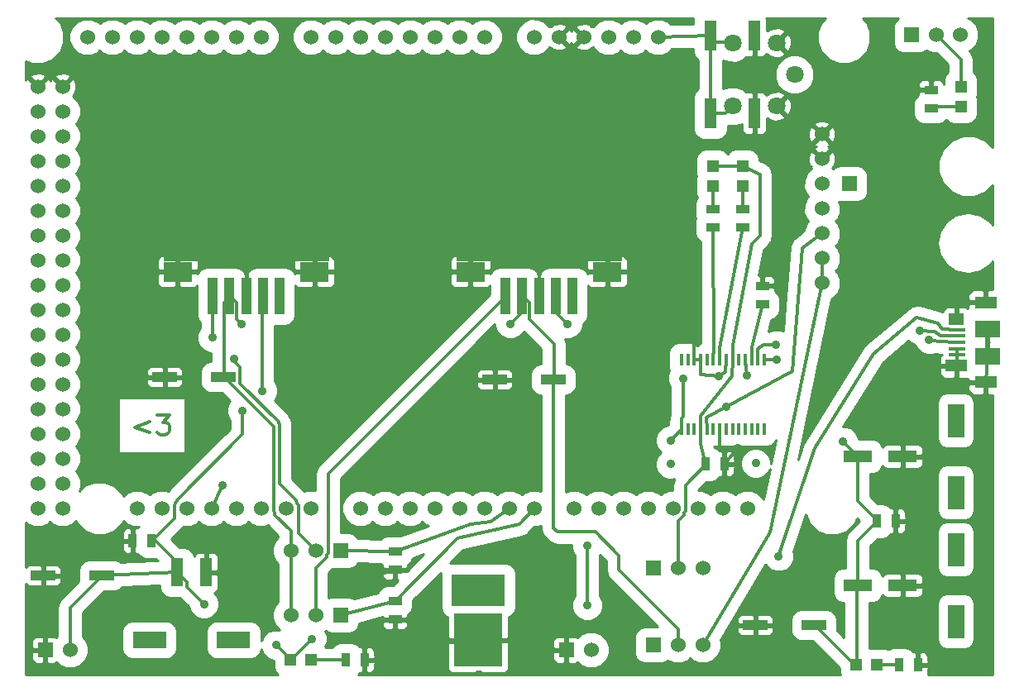
<source format=gtl>
G04 (created by PCBNEW (2011-nov-30)-testing) date Thu 04 Oct 2012 05:09:07 PM EDT*
%MOIN*%
G04 Gerber Fmt 3.4, Leading zero omitted, Abs format*
%FSLAX34Y34*%
G01*
G70*
G90*
G04 APERTURE LIST*
%ADD10C,0.006*%
%ADD11C,0.012*%
%ADD12R,0.06X0.06*%
%ADD13C,0.06*%
%ADD14R,0.1967X0.2165*%
%ADD15R,0.2165X0.1297*%
%ADD16R,0.115X0.05*%
%ADD17R,0.065X0.135*%
%ADD18R,0.0472X0.0472*%
%ADD19R,0.0512X0.122*%
%ADD20C,0.0709*%
%ADD21R,0.055X0.035*%
%ADD22R,0.05X0.1149*%
%ADD23R,0.135X0.065*%
%ADD24R,0.1349X0.065*%
%ADD25R,0.0394X0.1495*%
%ADD26R,0.0394X0.1496*%
%ADD27R,0.6692X0.7084*%
%ADD28R,0.1179X0.0787*%
%ADD29R,0.118X0.0787*%
%ADD30R,0.016X0.05*%
%ADD31R,0.035X0.055*%
%ADD32R,0.0984X0.0393*%
%ADD33R,0.0669X0.0157*%
%ADD34R,0.0906X0.0512*%
%ADD35R,0.0867X0.0512*%
%ADD36R,0.0591X0.0512*%
%ADD37R,0.0984X0.0709*%
%ADD38C,0.035*%
%ADD39C,0.014*%
%ADD40C,0.01*%
G04 APERTURE END LIST*
G54D10*
G54D11*
X5525Y10707D02*
X4925Y10482D01*
X5525Y10257D01*
X5824Y10969D02*
X6312Y10969D01*
X6049Y10669D01*
X6162Y10669D01*
X6237Y10632D01*
X6274Y10594D01*
X6312Y10519D01*
X6312Y10332D01*
X6274Y10257D01*
X6237Y10219D01*
X6162Y10182D01*
X5937Y10182D01*
X5862Y10219D01*
X5824Y10257D01*
G54D12*
X13200Y2900D03*
G54D13*
X12200Y2900D03*
X11200Y2900D03*
G54D12*
X13200Y5500D03*
G54D13*
X12200Y5500D03*
X11200Y5500D03*
G54D14*
X18757Y1900D03*
G54D15*
X18757Y3898D03*
G54D16*
X35850Y9300D03*
X34050Y9300D03*
G54D17*
X38000Y10750D03*
X38000Y7850D03*
G54D16*
X35850Y4100D03*
X34050Y4100D03*
G54D17*
X38000Y5550D03*
X38000Y2650D03*
G54D18*
X33987Y900D03*
X34813Y900D03*
X11187Y1100D03*
X12013Y1100D03*
X29400Y21013D03*
X29400Y20187D03*
X28200Y21013D03*
X28200Y20187D03*
G54D19*
X28114Y26265D03*
X28114Y23135D03*
X29886Y23135D03*
X29886Y26265D03*
G54D20*
X29000Y23420D03*
X29000Y25980D03*
X30772Y23420D03*
X30772Y25980D03*
X31500Y24700D03*
G54D12*
X36216Y26300D03*
G54D13*
X37200Y26300D03*
X38184Y26300D03*
G54D21*
X15400Y5475D03*
X15400Y4725D03*
X15400Y3475D03*
X15400Y2725D03*
G54D22*
X7789Y4627D03*
X6611Y4627D03*
G54D23*
X5508Y1900D03*
G54D24*
X8892Y1900D03*
G54D25*
X19861Y15763D03*
X20531Y15763D03*
G54D26*
X21200Y15763D03*
G54D25*
X21869Y15763D03*
X22539Y15763D03*
G54D27*
X21200Y20685D03*
G54D28*
X18445Y16748D03*
G54D29*
X23956Y16747D03*
G54D13*
X32607Y16291D03*
X32608Y17292D03*
X32608Y18292D03*
X32608Y19292D03*
X32608Y20292D03*
X32608Y21292D03*
X32608Y22292D03*
X12000Y7209D03*
X11000Y7209D03*
X10000Y7209D03*
X9000Y7209D03*
X8000Y7209D03*
X7000Y7209D03*
X6000Y7209D03*
X5000Y7209D03*
X3000Y26209D03*
X4000Y26209D03*
X5000Y26209D03*
X6000Y26209D03*
X10000Y26209D03*
X12000Y26209D03*
X13000Y26209D03*
X9000Y26209D03*
X8000Y26209D03*
X7000Y26209D03*
X14000Y26209D03*
X15000Y26209D03*
X16000Y26209D03*
X19000Y26209D03*
X18000Y26209D03*
X17000Y26209D03*
X21000Y26210D03*
X22000Y26209D03*
X23000Y26209D03*
X25000Y26209D03*
X26000Y26209D03*
X14000Y7209D03*
X15000Y7209D03*
X16000Y7209D03*
X17000Y7209D03*
X18000Y7209D03*
X19000Y7209D03*
X20000Y7209D03*
X21000Y7209D03*
X22600Y7209D03*
X23600Y7209D03*
X24600Y7209D03*
X25600Y7209D03*
X26600Y7209D03*
X27600Y7209D03*
X28600Y7209D03*
X29600Y7209D03*
X24000Y26209D03*
X2000Y8209D03*
X1000Y8209D03*
X2000Y9209D03*
X1000Y9209D03*
X2000Y10209D03*
X1000Y10209D03*
X2000Y11209D03*
X1000Y11209D03*
X2000Y7209D03*
X1000Y7209D03*
X1000Y12209D03*
X2000Y12209D03*
X2000Y13209D03*
X1000Y13209D03*
X2000Y14209D03*
X1000Y14209D03*
X2000Y15209D03*
X1000Y15209D03*
X2000Y16209D03*
X1000Y16209D03*
X2000Y17209D03*
X1000Y17209D03*
X2000Y18209D03*
X1000Y18209D03*
X2000Y19209D03*
X1000Y19209D03*
X2000Y20209D03*
X1000Y20209D03*
X2000Y21209D03*
X1000Y21209D03*
X2000Y22209D03*
X1000Y22209D03*
X2000Y23209D03*
X1000Y23209D03*
X2000Y24209D03*
X1000Y24209D03*
G54D12*
X22300Y1500D03*
G54D13*
X23300Y1500D03*
G54D30*
X26950Y10400D03*
X27200Y10400D03*
X27460Y10400D03*
X27720Y10400D03*
X27970Y10400D03*
X28230Y10400D03*
X28490Y10400D03*
X28740Y10400D03*
X29000Y10400D03*
X29250Y10400D03*
X29510Y10400D03*
X29770Y10400D03*
X30020Y10400D03*
X30280Y10400D03*
X30280Y13200D03*
X30020Y13200D03*
X29780Y13200D03*
X29510Y13200D03*
X29250Y13200D03*
X29000Y13200D03*
X28740Y13200D03*
X28490Y13200D03*
X28230Y13200D03*
X27970Y13200D03*
X27720Y13200D03*
X27460Y13200D03*
X27200Y13200D03*
X26950Y13200D03*
G54D12*
X1300Y1500D03*
G54D13*
X2300Y1500D03*
G54D12*
X25800Y4800D03*
G54D13*
X26800Y4800D03*
X27800Y4800D03*
G54D12*
X25800Y1700D03*
G54D13*
X26800Y1700D03*
X27800Y1700D03*
G54D31*
X5575Y5900D03*
X4825Y5900D03*
G54D21*
X30200Y15425D03*
X30200Y16175D03*
G54D31*
X27925Y9000D03*
X28675Y9000D03*
X34825Y6700D03*
X35575Y6700D03*
G54D25*
X8061Y15763D03*
X8731Y15763D03*
G54D26*
X9400Y15763D03*
G54D25*
X10069Y15763D03*
X10739Y15763D03*
G54D27*
X9400Y20685D03*
G54D28*
X6645Y16748D03*
G54D29*
X12156Y16747D03*
G54D32*
X32279Y2500D03*
X29920Y2500D03*
X8479Y12500D03*
X6120Y12500D03*
X21779Y12400D03*
X19420Y12400D03*
X3579Y4500D03*
X1220Y4500D03*
G54D12*
X33700Y20300D03*
G54D21*
X28200Y19275D03*
X28200Y18525D03*
X29400Y19275D03*
X29400Y18525D03*
G54D31*
X35725Y900D03*
X36475Y900D03*
G54D21*
X37000Y23325D03*
X37000Y24075D03*
G54D31*
X13425Y1100D03*
X14175Y1100D03*
G54D18*
X38200Y24213D03*
X38200Y23387D03*
G54D33*
X38058Y13900D03*
X38058Y13644D03*
X38058Y14412D03*
G54D34*
X39200Y12286D03*
G54D35*
X38019Y12955D03*
G54D34*
X39200Y15514D03*
G54D36*
X38019Y14845D03*
G54D33*
X38058Y14156D03*
G54D37*
X39279Y13349D03*
X39279Y14451D03*
G54D33*
X38058Y13388D03*
G54D38*
X29940Y9020D03*
X26510Y8990D03*
X23150Y3300D03*
X23150Y5700D03*
X33450Y9900D03*
X22350Y14650D03*
X12050Y1950D03*
X9250Y11150D03*
X10050Y11950D03*
X7700Y3350D03*
X10600Y1700D03*
X30860Y5270D03*
X36923Y14015D03*
X30787Y13193D03*
X36550Y14380D03*
X30760Y13800D03*
X8900Y13250D03*
X8050Y14100D03*
X28755Y11294D03*
X8462Y8132D03*
X27000Y12450D03*
X26500Y9950D03*
X9200Y14650D03*
X20050Y14650D03*
X14489Y4433D03*
X14500Y6180D03*
X29210Y9650D03*
X28450Y12540D03*
X29570Y12560D03*
G54D11*
X23150Y3300D02*
X23150Y5700D01*
X34050Y9300D02*
X33450Y9900D01*
X22350Y14650D02*
X21850Y15150D01*
X21850Y15150D02*
X21850Y15750D01*
X21850Y15750D02*
X21869Y15763D01*
X33987Y900D02*
X33900Y900D01*
X33900Y900D02*
X32300Y2500D01*
X32300Y2500D02*
X32279Y2500D01*
X34825Y6700D02*
X34850Y6700D01*
X34850Y6700D02*
X34050Y5900D01*
X34050Y5900D02*
X34050Y4100D01*
X34825Y6700D02*
X34850Y6700D01*
G54D39*
X34850Y6700D02*
X34050Y7500D01*
X34050Y7500D02*
X34050Y9300D01*
G54D11*
X34050Y4100D02*
X34000Y4050D01*
X34000Y4050D02*
X34000Y900D01*
X34000Y900D02*
X33987Y900D01*
X3579Y4500D02*
X6611Y4627D01*
X11187Y1100D02*
X11200Y1100D01*
X11200Y1100D02*
X12050Y1950D01*
X5575Y5900D02*
X5600Y5900D01*
X5600Y5900D02*
X6500Y6800D01*
X6500Y6800D02*
X6500Y7350D01*
X6500Y7350D02*
X6550Y7400D01*
X6550Y7400D02*
X6550Y7450D01*
X6550Y7450D02*
X6600Y7500D01*
X6600Y7500D02*
X6600Y7550D01*
X6600Y7550D02*
X9250Y10200D01*
X9250Y10200D02*
X9250Y11150D01*
X10050Y11950D02*
X10050Y15750D01*
X10050Y15750D02*
X10069Y15763D01*
X6611Y4627D02*
X6600Y4650D01*
X6600Y4650D02*
X7000Y4250D01*
X7000Y4250D02*
X7000Y4050D01*
X7000Y4050D02*
X7700Y3350D01*
X10600Y1700D02*
X11200Y1100D01*
X11200Y1100D02*
X11187Y1100D01*
X3579Y4500D02*
X3600Y4500D01*
X3600Y4500D02*
X2300Y3200D01*
X2300Y3200D02*
X2300Y1500D01*
X5575Y5900D02*
X5750Y5900D01*
X5750Y5900D02*
X6600Y5050D01*
X6600Y5050D02*
X6600Y4650D01*
X6600Y4650D02*
X6611Y4627D01*
X6611Y4627D02*
X6600Y4650D01*
X3600Y4500D02*
X3579Y4500D01*
X29000Y13200D02*
X29010Y13770D01*
X30110Y20680D02*
X29400Y21013D01*
X30110Y18185D02*
X30110Y20680D01*
X29780Y17870D02*
X30110Y18185D01*
X29010Y13770D02*
X29780Y17870D01*
X27720Y10400D02*
X27717Y10922D01*
X28970Y12539D02*
X29000Y13200D01*
X27717Y10922D02*
X28970Y12539D01*
X27720Y10400D02*
X27724Y9788D01*
X27724Y9788D02*
X27925Y9000D01*
X29400Y21000D02*
X29400Y21013D01*
X27925Y9000D02*
X27950Y9000D01*
X27950Y9000D02*
X27100Y8150D01*
X27100Y8150D02*
X27100Y7100D01*
X27100Y7100D02*
X27050Y7050D01*
X27050Y7050D02*
X27050Y6950D01*
X27050Y6950D02*
X26800Y6700D01*
X26800Y6700D02*
X26800Y4800D01*
X29400Y21013D02*
X29400Y21000D01*
X29400Y21000D02*
X28200Y21000D01*
X28200Y21000D02*
X28200Y21013D01*
X38058Y14412D02*
X37460Y14440D01*
X32330Y9650D02*
X30860Y5270D01*
X34680Y13430D02*
X32330Y9650D01*
X36430Y14900D02*
X34680Y13430D01*
X37270Y14680D02*
X36430Y14900D01*
X37460Y14440D02*
X37270Y14680D01*
X30280Y13200D02*
X30787Y13193D01*
X37325Y13919D02*
X38058Y13900D01*
X36923Y14015D02*
X37325Y13919D01*
X30020Y13200D02*
X30030Y13620D01*
X37380Y14170D02*
X38058Y14156D01*
X37140Y14350D02*
X37380Y14170D01*
X36550Y14380D02*
X37140Y14350D01*
X30260Y13800D02*
X30760Y13800D01*
X30030Y13620D02*
X30260Y13800D01*
X15400Y5475D02*
X18440Y6575D01*
X19265Y6665D02*
X20000Y7209D01*
X18440Y6575D02*
X19265Y6665D01*
X13200Y5500D02*
X15400Y5475D01*
X15400Y5450D02*
X15400Y5475D01*
X15400Y5475D02*
X15400Y5450D01*
X13200Y2900D02*
X15400Y3475D01*
X15400Y3475D02*
X17900Y6005D01*
X17900Y6005D02*
X20420Y6560D01*
X20420Y6560D02*
X21000Y7209D01*
X19861Y15763D02*
X19850Y15750D01*
X19850Y15750D02*
X12700Y8600D01*
X12700Y8600D02*
X12700Y5400D01*
X12700Y5400D02*
X12650Y5350D01*
X12650Y5350D02*
X12650Y5250D01*
X12650Y5250D02*
X12200Y4800D01*
X12200Y4800D02*
X12200Y2900D01*
X12200Y5500D02*
X11500Y6200D01*
X11500Y6200D02*
X11500Y7350D01*
X11500Y7350D02*
X11450Y7400D01*
X11450Y7400D02*
X11450Y7450D01*
X11450Y7450D02*
X11400Y7500D01*
X11400Y7500D02*
X11400Y7550D01*
X11400Y7550D02*
X10750Y8200D01*
X10750Y8200D02*
X10750Y10600D01*
X10750Y10600D02*
X10700Y10650D01*
X10700Y10650D02*
X10700Y10700D01*
X10700Y10700D02*
X9150Y12250D01*
X9150Y12250D02*
X9150Y12900D01*
X9150Y12900D02*
X8900Y13150D01*
X8900Y13150D02*
X8900Y13250D01*
X8050Y14100D02*
X8050Y15750D01*
X8050Y15750D02*
X8061Y15763D01*
X8000Y7209D02*
X8462Y8132D01*
X27970Y10400D02*
X27966Y10864D01*
X31820Y17705D02*
X32608Y18292D01*
X31413Y12742D02*
X31820Y17705D01*
X27966Y10864D02*
X28755Y11294D01*
X28755Y11294D02*
X31413Y12742D01*
X28490Y13200D02*
X28496Y13652D01*
X28496Y13652D02*
X29400Y18525D01*
X26950Y10400D02*
X26950Y10850D01*
X26950Y10850D02*
X27000Y10900D01*
X27000Y10900D02*
X27000Y12450D01*
X26950Y10400D02*
X26500Y9950D01*
X28230Y13200D02*
X28235Y13715D01*
X28235Y13715D02*
X28200Y18525D01*
G54D39*
X27800Y1700D02*
X30506Y6240D01*
X30506Y6240D02*
X32607Y16291D01*
G54D11*
X32607Y16291D02*
X32600Y16300D01*
X32607Y16291D02*
X32600Y16300D01*
X32600Y16300D02*
X32600Y17300D01*
X32600Y17300D02*
X32608Y17292D01*
G54D39*
X21779Y12400D02*
X21779Y6416D01*
X26800Y2340D02*
X26800Y1700D01*
X24420Y4720D02*
X26800Y2340D01*
X24420Y5315D02*
X24420Y4720D01*
X23475Y6260D02*
X24420Y5315D01*
X21935Y6260D02*
X23475Y6260D01*
X21779Y6416D02*
X21935Y6260D01*
G54D11*
X8479Y12500D02*
X8500Y12500D01*
X8500Y12500D02*
X10500Y10500D01*
X10500Y10500D02*
X10500Y7100D01*
X10500Y7100D02*
X10550Y7050D01*
X10550Y7050D02*
X10550Y6950D01*
X10550Y6950D02*
X11200Y6300D01*
X11200Y6300D02*
X11200Y5500D01*
X8731Y15763D02*
X8750Y15750D01*
X8750Y15750D02*
X9000Y15500D01*
X9000Y15500D02*
X9000Y14850D01*
X9000Y14850D02*
X9200Y14650D01*
X20050Y14650D02*
X20550Y15150D01*
X20550Y15150D02*
X20550Y15750D01*
X20550Y15750D02*
X20531Y15763D01*
X20531Y15763D02*
X20550Y15750D01*
X20550Y15750D02*
X20800Y15500D01*
X20800Y15500D02*
X20800Y14850D01*
X20800Y14850D02*
X21800Y13850D01*
X21800Y13850D02*
X21800Y12400D01*
X21800Y12400D02*
X21779Y12400D01*
X8731Y15763D02*
X8750Y15750D01*
X8750Y15750D02*
X8500Y15500D01*
X8500Y15500D02*
X8500Y12500D01*
X8500Y12500D02*
X8479Y12500D01*
X11200Y5500D02*
X11200Y2900D01*
X37200Y26300D02*
X38200Y25300D01*
X38200Y25300D02*
X38200Y24213D01*
X18757Y1900D02*
X16360Y1660D01*
X15400Y4725D02*
X14489Y4433D01*
X14489Y4433D02*
X14480Y4430D01*
X21200Y15763D02*
X21200Y16780D01*
X9400Y15763D02*
X9450Y16870D01*
X38058Y13644D02*
X38058Y13388D01*
X38058Y13388D02*
X38019Y12955D01*
X28675Y9000D02*
X29210Y9650D01*
X27720Y13200D02*
X27720Y12610D01*
X27720Y12610D02*
X28450Y12540D01*
X27460Y13200D02*
X27720Y13200D01*
X27460Y13200D02*
X27460Y14000D01*
X28740Y13200D02*
X28730Y12690D01*
X28730Y12690D02*
X28450Y12540D01*
X29570Y12560D02*
X29510Y13200D01*
X28490Y10400D02*
X28490Y9700D01*
X39200Y12286D02*
X39279Y13349D01*
X29780Y13200D02*
X29775Y13687D01*
X29775Y13687D02*
X30200Y15425D01*
X28200Y19275D02*
X28200Y20187D01*
X38200Y23387D02*
X38200Y23400D01*
X38200Y23400D02*
X37100Y23400D01*
X37100Y23400D02*
X37000Y23300D01*
X37000Y23300D02*
X37000Y23325D01*
X29400Y19275D02*
X29400Y20187D01*
X35725Y900D02*
X34813Y900D01*
X12013Y1100D02*
X13425Y1100D01*
X28114Y23135D02*
X28114Y26265D01*
X28114Y23135D02*
X28715Y23135D01*
X28715Y23135D02*
X29000Y23420D01*
X28114Y26265D02*
X26000Y26209D01*
X28114Y26265D02*
X28100Y26250D01*
X29000Y25980D02*
X29000Y26000D01*
X29000Y26000D02*
X28350Y26000D01*
X28350Y26000D02*
X28100Y26250D01*
X28100Y26250D02*
X28114Y26265D01*
G54D10*
G36*
X10742Y2310D02*
X10723Y2317D01*
X10478Y2317D01*
X10251Y2223D01*
X10077Y2050D01*
X10007Y1881D01*
X10007Y2312D01*
X9940Y2474D01*
X9816Y2598D01*
X9654Y2666D01*
X9479Y2666D01*
X8131Y2666D01*
X7969Y2599D01*
X7845Y2475D01*
X7777Y2313D01*
X7777Y2138D01*
X7777Y1488D01*
X7844Y1326D01*
X7968Y1202D01*
X8130Y1134D01*
X8305Y1134D01*
X9653Y1134D01*
X9815Y1201D01*
X9939Y1325D01*
X10007Y1487D01*
X10007Y1521D01*
X10077Y1351D01*
X10250Y1177D01*
X10477Y1083D01*
X10507Y1083D01*
X10510Y1080D01*
X10510Y777D01*
X10577Y615D01*
X10676Y516D01*
X6624Y516D01*
X6624Y1487D01*
X6624Y1662D01*
X6624Y2312D01*
X6557Y2474D01*
X6433Y2598D01*
X6271Y2666D01*
X6096Y2666D01*
X4746Y2666D01*
X4584Y2599D01*
X4460Y2475D01*
X4392Y2313D01*
X4392Y2138D01*
X4392Y1488D01*
X4459Y1326D01*
X4583Y1202D01*
X4745Y1134D01*
X4920Y1134D01*
X6270Y1134D01*
X6432Y1201D01*
X6556Y1325D01*
X6624Y1487D01*
X6624Y516D01*
X1250Y516D01*
X1250Y1012D01*
X1250Y1450D01*
X1250Y1550D01*
X1250Y1988D01*
X1188Y2050D01*
X951Y2049D01*
X859Y2011D01*
X789Y1941D01*
X751Y1850D01*
X751Y1751D01*
X750Y1612D01*
X812Y1550D01*
X1250Y1550D01*
X1250Y1450D01*
X812Y1450D01*
X750Y1388D01*
X751Y1249D01*
X751Y1150D01*
X789Y1059D01*
X859Y989D01*
X951Y951D01*
X1188Y950D01*
X1250Y1012D01*
X1250Y516D01*
X516Y516D01*
X516Y4166D01*
X517Y4163D01*
X587Y4093D01*
X679Y4055D01*
X1108Y4054D01*
X1170Y4116D01*
X1170Y4400D01*
X1170Y4450D01*
X1170Y4550D01*
X1170Y4600D01*
X1170Y4884D01*
X1108Y4946D01*
X679Y4945D01*
X587Y4907D01*
X517Y4837D01*
X516Y4835D01*
X516Y6645D01*
X579Y6581D01*
X852Y6468D01*
X1147Y6467D01*
X1419Y6580D01*
X1499Y6661D01*
X1579Y6581D01*
X1852Y6468D01*
X2147Y6467D01*
X2419Y6580D01*
X2553Y6715D01*
X2596Y6612D01*
X2895Y6312D01*
X3287Y6149D01*
X3711Y6149D01*
X4103Y6311D01*
X4403Y6610D01*
X4446Y6715D01*
X4579Y6581D01*
X4852Y6468D01*
X5069Y6468D01*
X5027Y6425D01*
X5026Y6425D01*
X4937Y6425D01*
X4875Y6363D01*
X4875Y6000D01*
X4875Y5950D01*
X4875Y5850D01*
X4875Y5800D01*
X4875Y5437D01*
X4937Y5375D01*
X5026Y5376D01*
X5150Y5252D01*
X5312Y5184D01*
X5487Y5184D01*
X5756Y5184D01*
X5842Y5098D01*
X4775Y5054D01*
X4775Y5437D01*
X4775Y5850D01*
X4775Y5950D01*
X4775Y6363D01*
X4713Y6425D01*
X4601Y6424D01*
X4509Y6386D01*
X4439Y6316D01*
X4401Y6225D01*
X4401Y6126D01*
X4400Y6012D01*
X4462Y5950D01*
X4775Y5950D01*
X4775Y5850D01*
X4462Y5850D01*
X4400Y5788D01*
X4401Y5674D01*
X4401Y5575D01*
X4439Y5484D01*
X4509Y5414D01*
X4601Y5376D01*
X4713Y5375D01*
X4775Y5437D01*
X4775Y5054D01*
X4354Y5036D01*
X4321Y5069D01*
X4159Y5137D01*
X3984Y5137D01*
X3000Y5137D01*
X2838Y5070D01*
X2714Y4946D01*
X2646Y4784D01*
X2646Y4609D01*
X2646Y4256D01*
X1962Y3572D01*
X1962Y4388D01*
X1962Y4612D01*
X1961Y4647D01*
X1961Y4746D01*
X1923Y4837D01*
X1853Y4907D01*
X1761Y4945D01*
X1332Y4946D01*
X1270Y4884D01*
X1270Y4550D01*
X1900Y4550D01*
X1962Y4612D01*
X1962Y4388D01*
X1900Y4450D01*
X1270Y4450D01*
X1270Y4116D01*
X1332Y4054D01*
X1761Y4055D01*
X1853Y4093D01*
X1923Y4163D01*
X1961Y4254D01*
X1961Y4353D01*
X1962Y4388D01*
X1962Y3572D01*
X1945Y3555D01*
X1836Y3392D01*
X1798Y3200D01*
X1798Y2047D01*
X1751Y2001D01*
X1741Y2011D01*
X1649Y2049D01*
X1412Y2050D01*
X1350Y1988D01*
X1350Y1600D01*
X1350Y1550D01*
X1350Y1450D01*
X1350Y1400D01*
X1350Y1012D01*
X1412Y950D01*
X1649Y951D01*
X1741Y989D01*
X1751Y1000D01*
X1879Y872D01*
X2152Y759D01*
X2447Y758D01*
X2719Y871D01*
X2928Y1079D01*
X3041Y1352D01*
X3042Y1647D01*
X2929Y1919D01*
X2802Y2047D01*
X2802Y2992D01*
X3673Y3863D01*
X4158Y3863D01*
X4320Y3930D01*
X4422Y4033D01*
X5920Y4096D01*
X5920Y3966D01*
X5987Y3804D01*
X6111Y3680D01*
X6273Y3612D01*
X6448Y3612D01*
X6728Y3612D01*
X7083Y3257D01*
X7083Y3228D01*
X7177Y3001D01*
X7350Y2827D01*
X7577Y2733D01*
X7822Y2733D01*
X8049Y2827D01*
X8223Y3000D01*
X8317Y3227D01*
X8317Y3472D01*
X8223Y3699D01*
X8109Y3813D01*
X8180Y3842D01*
X8250Y3912D01*
X8288Y4003D01*
X8288Y4102D01*
X8289Y4515D01*
X8289Y4739D01*
X8288Y5152D01*
X8288Y5251D01*
X8250Y5342D01*
X8180Y5412D01*
X8088Y5450D01*
X7901Y5451D01*
X7839Y5389D01*
X7839Y4677D01*
X8227Y4677D01*
X8289Y4739D01*
X8289Y4515D01*
X8227Y4577D01*
X7889Y4577D01*
X7839Y4577D01*
X7739Y4577D01*
X7739Y4677D01*
X7739Y4727D01*
X7739Y5389D01*
X7677Y5451D01*
X7490Y5450D01*
X7398Y5412D01*
X7328Y5342D01*
X7302Y5280D01*
X7302Y5288D01*
X7235Y5450D01*
X7111Y5574D01*
X6949Y5642D01*
X6774Y5642D01*
X6718Y5642D01*
X6385Y5975D01*
X6854Y6444D01*
X6854Y6445D01*
X6855Y6445D01*
X6870Y6468D01*
X7147Y6467D01*
X7419Y6580D01*
X7499Y6661D01*
X7579Y6581D01*
X7852Y6468D01*
X8147Y6467D01*
X8419Y6580D01*
X8499Y6661D01*
X8579Y6581D01*
X8852Y6468D01*
X9147Y6467D01*
X9419Y6580D01*
X9499Y6661D01*
X9579Y6581D01*
X9852Y6468D01*
X10147Y6467D01*
X10271Y6519D01*
X10698Y6092D01*
X10698Y6047D01*
X10572Y5921D01*
X10459Y5648D01*
X10458Y5353D01*
X10571Y5081D01*
X10698Y4954D01*
X10698Y3447D01*
X10572Y3321D01*
X10459Y3048D01*
X10458Y2753D01*
X10571Y2481D01*
X10742Y2310D01*
X10742Y2310D01*
G37*
G54D40*
X10742Y2310D02*
X10723Y2317D01*
X10478Y2317D01*
X10251Y2223D01*
X10077Y2050D01*
X10007Y1881D01*
X10007Y2312D01*
X9940Y2474D01*
X9816Y2598D01*
X9654Y2666D01*
X9479Y2666D01*
X8131Y2666D01*
X7969Y2599D01*
X7845Y2475D01*
X7777Y2313D01*
X7777Y2138D01*
X7777Y1488D01*
X7844Y1326D01*
X7968Y1202D01*
X8130Y1134D01*
X8305Y1134D01*
X9653Y1134D01*
X9815Y1201D01*
X9939Y1325D01*
X10007Y1487D01*
X10007Y1521D01*
X10077Y1351D01*
X10250Y1177D01*
X10477Y1083D01*
X10507Y1083D01*
X10510Y1080D01*
X10510Y777D01*
X10577Y615D01*
X10676Y516D01*
X6624Y516D01*
X6624Y1487D01*
X6624Y1662D01*
X6624Y2312D01*
X6557Y2474D01*
X6433Y2598D01*
X6271Y2666D01*
X6096Y2666D01*
X4746Y2666D01*
X4584Y2599D01*
X4460Y2475D01*
X4392Y2313D01*
X4392Y2138D01*
X4392Y1488D01*
X4459Y1326D01*
X4583Y1202D01*
X4745Y1134D01*
X4920Y1134D01*
X6270Y1134D01*
X6432Y1201D01*
X6556Y1325D01*
X6624Y1487D01*
X6624Y516D01*
X1250Y516D01*
X1250Y1012D01*
X1250Y1450D01*
X1250Y1550D01*
X1250Y1988D01*
X1188Y2050D01*
X951Y2049D01*
X859Y2011D01*
X789Y1941D01*
X751Y1850D01*
X751Y1751D01*
X750Y1612D01*
X812Y1550D01*
X1250Y1550D01*
X1250Y1450D01*
X812Y1450D01*
X750Y1388D01*
X751Y1249D01*
X751Y1150D01*
X789Y1059D01*
X859Y989D01*
X951Y951D01*
X1188Y950D01*
X1250Y1012D01*
X1250Y516D01*
X516Y516D01*
X516Y4166D01*
X517Y4163D01*
X587Y4093D01*
X679Y4055D01*
X1108Y4054D01*
X1170Y4116D01*
X1170Y4400D01*
X1170Y4450D01*
X1170Y4550D01*
X1170Y4600D01*
X1170Y4884D01*
X1108Y4946D01*
X679Y4945D01*
X587Y4907D01*
X517Y4837D01*
X516Y4835D01*
X516Y6645D01*
X579Y6581D01*
X852Y6468D01*
X1147Y6467D01*
X1419Y6580D01*
X1499Y6661D01*
X1579Y6581D01*
X1852Y6468D01*
X2147Y6467D01*
X2419Y6580D01*
X2553Y6715D01*
X2596Y6612D01*
X2895Y6312D01*
X3287Y6149D01*
X3711Y6149D01*
X4103Y6311D01*
X4403Y6610D01*
X4446Y6715D01*
X4579Y6581D01*
X4852Y6468D01*
X5069Y6468D01*
X5027Y6425D01*
X5026Y6425D01*
X4937Y6425D01*
X4875Y6363D01*
X4875Y6000D01*
X4875Y5950D01*
X4875Y5850D01*
X4875Y5800D01*
X4875Y5437D01*
X4937Y5375D01*
X5026Y5376D01*
X5150Y5252D01*
X5312Y5184D01*
X5487Y5184D01*
X5756Y5184D01*
X5842Y5098D01*
X4775Y5054D01*
X4775Y5437D01*
X4775Y5850D01*
X4775Y5950D01*
X4775Y6363D01*
X4713Y6425D01*
X4601Y6424D01*
X4509Y6386D01*
X4439Y6316D01*
X4401Y6225D01*
X4401Y6126D01*
X4400Y6012D01*
X4462Y5950D01*
X4775Y5950D01*
X4775Y5850D01*
X4462Y5850D01*
X4400Y5788D01*
X4401Y5674D01*
X4401Y5575D01*
X4439Y5484D01*
X4509Y5414D01*
X4601Y5376D01*
X4713Y5375D01*
X4775Y5437D01*
X4775Y5054D01*
X4354Y5036D01*
X4321Y5069D01*
X4159Y5137D01*
X3984Y5137D01*
X3000Y5137D01*
X2838Y5070D01*
X2714Y4946D01*
X2646Y4784D01*
X2646Y4609D01*
X2646Y4256D01*
X1962Y3572D01*
X1962Y4388D01*
X1962Y4612D01*
X1961Y4647D01*
X1961Y4746D01*
X1923Y4837D01*
X1853Y4907D01*
X1761Y4945D01*
X1332Y4946D01*
X1270Y4884D01*
X1270Y4550D01*
X1900Y4550D01*
X1962Y4612D01*
X1962Y4388D01*
X1900Y4450D01*
X1270Y4450D01*
X1270Y4116D01*
X1332Y4054D01*
X1761Y4055D01*
X1853Y4093D01*
X1923Y4163D01*
X1961Y4254D01*
X1961Y4353D01*
X1962Y4388D01*
X1962Y3572D01*
X1945Y3555D01*
X1836Y3392D01*
X1798Y3200D01*
X1798Y2047D01*
X1751Y2001D01*
X1741Y2011D01*
X1649Y2049D01*
X1412Y2050D01*
X1350Y1988D01*
X1350Y1600D01*
X1350Y1550D01*
X1350Y1450D01*
X1350Y1400D01*
X1350Y1012D01*
X1412Y950D01*
X1649Y951D01*
X1741Y989D01*
X1751Y1000D01*
X1879Y872D01*
X2152Y759D01*
X2447Y758D01*
X2719Y871D01*
X2928Y1079D01*
X3041Y1352D01*
X3042Y1647D01*
X2929Y1919D01*
X2802Y2047D01*
X2802Y2992D01*
X3673Y3863D01*
X4158Y3863D01*
X4320Y3930D01*
X4422Y4033D01*
X5920Y4096D01*
X5920Y3966D01*
X5987Y3804D01*
X6111Y3680D01*
X6273Y3612D01*
X6448Y3612D01*
X6728Y3612D01*
X7083Y3257D01*
X7083Y3228D01*
X7177Y3001D01*
X7350Y2827D01*
X7577Y2733D01*
X7822Y2733D01*
X8049Y2827D01*
X8223Y3000D01*
X8317Y3227D01*
X8317Y3472D01*
X8223Y3699D01*
X8109Y3813D01*
X8180Y3842D01*
X8250Y3912D01*
X8288Y4003D01*
X8288Y4102D01*
X8289Y4515D01*
X8289Y4739D01*
X8288Y5152D01*
X8288Y5251D01*
X8250Y5342D01*
X8180Y5412D01*
X8088Y5450D01*
X7901Y5451D01*
X7839Y5389D01*
X7839Y4677D01*
X8227Y4677D01*
X8289Y4739D01*
X8289Y4515D01*
X8227Y4577D01*
X7889Y4577D01*
X7839Y4577D01*
X7739Y4577D01*
X7739Y4677D01*
X7739Y4727D01*
X7739Y5389D01*
X7677Y5451D01*
X7490Y5450D01*
X7398Y5412D01*
X7328Y5342D01*
X7302Y5280D01*
X7302Y5288D01*
X7235Y5450D01*
X7111Y5574D01*
X6949Y5642D01*
X6774Y5642D01*
X6718Y5642D01*
X6385Y5975D01*
X6854Y6444D01*
X6854Y6445D01*
X6855Y6445D01*
X6870Y6468D01*
X7147Y6467D01*
X7419Y6580D01*
X7499Y6661D01*
X7579Y6581D01*
X7852Y6468D01*
X8147Y6467D01*
X8419Y6580D01*
X8499Y6661D01*
X8579Y6581D01*
X8852Y6468D01*
X9147Y6467D01*
X9419Y6580D01*
X9499Y6661D01*
X9579Y6581D01*
X9852Y6468D01*
X10147Y6467D01*
X10271Y6519D01*
X10698Y6092D01*
X10698Y6047D01*
X10572Y5921D01*
X10459Y5648D01*
X10458Y5353D01*
X10571Y5081D01*
X10698Y4954D01*
X10698Y3447D01*
X10572Y3321D01*
X10459Y3048D01*
X10458Y2753D01*
X10571Y2481D01*
X10742Y2310D01*
G54D10*
G36*
X16559Y5361D02*
X15872Y4666D01*
X15863Y4675D01*
X15450Y4675D01*
X15450Y4362D01*
X15510Y4302D01*
X15350Y4139D01*
X15350Y4362D01*
X15350Y4675D01*
X14937Y4675D01*
X14875Y4613D01*
X14876Y4501D01*
X14914Y4409D01*
X14984Y4339D01*
X15075Y4301D01*
X15174Y4301D01*
X15288Y4300D01*
X15350Y4362D01*
X15350Y4139D01*
X15303Y4091D01*
X15038Y4091D01*
X14876Y4024D01*
X14752Y3900D01*
X14715Y3814D01*
X13758Y3565D01*
X13750Y3573D01*
X13588Y3641D01*
X13413Y3641D01*
X12813Y3641D01*
X12702Y3596D01*
X12702Y4592D01*
X12869Y4759D01*
X12987Y4759D01*
X13587Y4759D01*
X13749Y4826D01*
X13873Y4950D01*
X13889Y4990D01*
X14824Y4978D01*
X14875Y4927D01*
X14875Y4837D01*
X14937Y4775D01*
X15300Y4775D01*
X15350Y4775D01*
X15450Y4775D01*
X15500Y4775D01*
X15863Y4775D01*
X15925Y4837D01*
X15924Y4926D01*
X15924Y4927D01*
X16048Y5050D01*
X16110Y5199D01*
X16559Y5361D01*
X16559Y5361D01*
G37*
G54D40*
X16559Y5361D02*
X15872Y4666D01*
X15863Y4675D01*
X15450Y4675D01*
X15450Y4362D01*
X15510Y4302D01*
X15350Y4139D01*
X15350Y4362D01*
X15350Y4675D01*
X14937Y4675D01*
X14875Y4613D01*
X14876Y4501D01*
X14914Y4409D01*
X14984Y4339D01*
X15075Y4301D01*
X15174Y4301D01*
X15288Y4300D01*
X15350Y4362D01*
X15350Y4139D01*
X15303Y4091D01*
X15038Y4091D01*
X14876Y4024D01*
X14752Y3900D01*
X14715Y3814D01*
X13758Y3565D01*
X13750Y3573D01*
X13588Y3641D01*
X13413Y3641D01*
X12813Y3641D01*
X12702Y3596D01*
X12702Y4592D01*
X12869Y4759D01*
X12987Y4759D01*
X13587Y4759D01*
X13749Y4826D01*
X13873Y4950D01*
X13889Y4990D01*
X14824Y4978D01*
X14875Y4927D01*
X14875Y4837D01*
X14937Y4775D01*
X15300Y4775D01*
X15350Y4775D01*
X15450Y4775D01*
X15500Y4775D01*
X15863Y4775D01*
X15925Y4837D01*
X15924Y4926D01*
X15924Y4927D01*
X16048Y5050D01*
X16110Y5199D01*
X16559Y5361D01*
G54D10*
G36*
X21298Y13037D02*
X21200Y13037D01*
X21038Y12970D01*
X20914Y12846D01*
X20846Y12684D01*
X20846Y12509D01*
X20846Y12117D01*
X20913Y11955D01*
X21037Y11831D01*
X21199Y11763D01*
X21267Y11763D01*
X21267Y7901D01*
X21148Y7950D01*
X20853Y7951D01*
X20581Y7838D01*
X20500Y7758D01*
X20421Y7837D01*
X20162Y7945D01*
X20162Y12288D01*
X20162Y12512D01*
X20161Y12547D01*
X20161Y12646D01*
X20123Y12737D01*
X20053Y12807D01*
X19961Y12845D01*
X19532Y12846D01*
X19470Y12784D01*
X19470Y12450D01*
X20100Y12450D01*
X20162Y12512D01*
X20162Y12288D01*
X20100Y12350D01*
X19470Y12350D01*
X19470Y12016D01*
X19532Y11954D01*
X19961Y11955D01*
X20053Y11993D01*
X20123Y12063D01*
X20161Y12154D01*
X20161Y12253D01*
X20162Y12288D01*
X20162Y7945D01*
X20148Y7950D01*
X19853Y7951D01*
X19581Y7838D01*
X19500Y7758D01*
X19421Y7837D01*
X19370Y7859D01*
X19370Y12016D01*
X19370Y12350D01*
X19370Y12450D01*
X19370Y12784D01*
X19308Y12846D01*
X18879Y12845D01*
X18787Y12807D01*
X18717Y12737D01*
X18679Y12646D01*
X18679Y12547D01*
X18678Y12512D01*
X18740Y12450D01*
X19370Y12450D01*
X19370Y12350D01*
X18740Y12350D01*
X18678Y12288D01*
X18679Y12253D01*
X18679Y12154D01*
X18717Y12063D01*
X18787Y11993D01*
X18879Y11955D01*
X19308Y11954D01*
X19370Y12016D01*
X19370Y7859D01*
X19148Y7950D01*
X18853Y7951D01*
X18581Y7838D01*
X18500Y7758D01*
X18421Y7837D01*
X18148Y7950D01*
X17853Y7951D01*
X17581Y7838D01*
X17500Y7758D01*
X17421Y7837D01*
X17148Y7950D01*
X16853Y7951D01*
X16581Y7838D01*
X16500Y7758D01*
X16421Y7837D01*
X16148Y7950D01*
X15853Y7951D01*
X15581Y7838D01*
X15500Y7758D01*
X15421Y7837D01*
X15148Y7950D01*
X14853Y7951D01*
X14581Y7838D01*
X14500Y7758D01*
X14421Y7837D01*
X14148Y7950D01*
X13853Y7951D01*
X13581Y7838D01*
X13372Y7630D01*
X13259Y7357D01*
X13258Y7062D01*
X13371Y6790D01*
X13579Y6581D01*
X13852Y6468D01*
X14147Y6467D01*
X14419Y6580D01*
X14499Y6661D01*
X14579Y6581D01*
X14852Y6468D01*
X15147Y6467D01*
X15419Y6580D01*
X15499Y6661D01*
X15579Y6581D01*
X15852Y6468D01*
X16147Y6467D01*
X16419Y6580D01*
X16499Y6661D01*
X16579Y6581D01*
X16766Y6504D01*
X15626Y6091D01*
X15588Y6091D01*
X15038Y6091D01*
X14876Y6024D01*
X14834Y5983D01*
X13896Y5994D01*
X13874Y6049D01*
X13750Y6173D01*
X13588Y6241D01*
X13413Y6241D01*
X13202Y6241D01*
X13202Y8392D01*
X19433Y14623D01*
X19433Y14528D01*
X19527Y14301D01*
X19700Y14127D01*
X19927Y14033D01*
X20172Y14033D01*
X20399Y14127D01*
X20573Y14300D01*
X20592Y14348D01*
X21298Y13642D01*
X21298Y13037D01*
X21298Y13037D01*
G37*
G54D40*
X21298Y13037D02*
X21200Y13037D01*
X21038Y12970D01*
X20914Y12846D01*
X20846Y12684D01*
X20846Y12509D01*
X20846Y12117D01*
X20913Y11955D01*
X21037Y11831D01*
X21199Y11763D01*
X21267Y11763D01*
X21267Y7901D01*
X21148Y7950D01*
X20853Y7951D01*
X20581Y7838D01*
X20500Y7758D01*
X20421Y7837D01*
X20162Y7945D01*
X20162Y12288D01*
X20162Y12512D01*
X20161Y12547D01*
X20161Y12646D01*
X20123Y12737D01*
X20053Y12807D01*
X19961Y12845D01*
X19532Y12846D01*
X19470Y12784D01*
X19470Y12450D01*
X20100Y12450D01*
X20162Y12512D01*
X20162Y12288D01*
X20100Y12350D01*
X19470Y12350D01*
X19470Y12016D01*
X19532Y11954D01*
X19961Y11955D01*
X20053Y11993D01*
X20123Y12063D01*
X20161Y12154D01*
X20161Y12253D01*
X20162Y12288D01*
X20162Y7945D01*
X20148Y7950D01*
X19853Y7951D01*
X19581Y7838D01*
X19500Y7758D01*
X19421Y7837D01*
X19370Y7859D01*
X19370Y12016D01*
X19370Y12350D01*
X19370Y12450D01*
X19370Y12784D01*
X19308Y12846D01*
X18879Y12845D01*
X18787Y12807D01*
X18717Y12737D01*
X18679Y12646D01*
X18679Y12547D01*
X18678Y12512D01*
X18740Y12450D01*
X19370Y12450D01*
X19370Y12350D01*
X18740Y12350D01*
X18678Y12288D01*
X18679Y12253D01*
X18679Y12154D01*
X18717Y12063D01*
X18787Y11993D01*
X18879Y11955D01*
X19308Y11954D01*
X19370Y12016D01*
X19370Y7859D01*
X19148Y7950D01*
X18853Y7951D01*
X18581Y7838D01*
X18500Y7758D01*
X18421Y7837D01*
X18148Y7950D01*
X17853Y7951D01*
X17581Y7838D01*
X17500Y7758D01*
X17421Y7837D01*
X17148Y7950D01*
X16853Y7951D01*
X16581Y7838D01*
X16500Y7758D01*
X16421Y7837D01*
X16148Y7950D01*
X15853Y7951D01*
X15581Y7838D01*
X15500Y7758D01*
X15421Y7837D01*
X15148Y7950D01*
X14853Y7951D01*
X14581Y7838D01*
X14500Y7758D01*
X14421Y7837D01*
X14148Y7950D01*
X13853Y7951D01*
X13581Y7838D01*
X13372Y7630D01*
X13259Y7357D01*
X13258Y7062D01*
X13371Y6790D01*
X13579Y6581D01*
X13852Y6468D01*
X14147Y6467D01*
X14419Y6580D01*
X14499Y6661D01*
X14579Y6581D01*
X14852Y6468D01*
X15147Y6467D01*
X15419Y6580D01*
X15499Y6661D01*
X15579Y6581D01*
X15852Y6468D01*
X16147Y6467D01*
X16419Y6580D01*
X16499Y6661D01*
X16579Y6581D01*
X16766Y6504D01*
X15626Y6091D01*
X15588Y6091D01*
X15038Y6091D01*
X14876Y6024D01*
X14834Y5983D01*
X13896Y5994D01*
X13874Y6049D01*
X13750Y6173D01*
X13588Y6241D01*
X13413Y6241D01*
X13202Y6241D01*
X13202Y8392D01*
X19433Y14623D01*
X19433Y14528D01*
X19527Y14301D01*
X19700Y14127D01*
X19927Y14033D01*
X20172Y14033D01*
X20399Y14127D01*
X20573Y14300D01*
X20592Y14348D01*
X21298Y13642D01*
X21298Y13037D01*
G54D10*
G36*
X30762Y9971D02*
X30557Y8987D01*
X30557Y9142D01*
X30463Y9369D01*
X30290Y9543D01*
X30063Y9637D01*
X29818Y9637D01*
X29591Y9543D01*
X29417Y9370D01*
X29323Y9143D01*
X29323Y8898D01*
X29417Y8671D01*
X29590Y8497D01*
X29817Y8403D01*
X30062Y8403D01*
X30289Y8497D01*
X30463Y8670D01*
X30519Y8806D01*
X30258Y7558D01*
X30229Y7628D01*
X30021Y7837D01*
X29748Y7950D01*
X29453Y7951D01*
X29181Y7838D01*
X29100Y7758D01*
X29100Y8888D01*
X29100Y9112D01*
X29099Y9226D01*
X29099Y9325D01*
X29061Y9416D01*
X28991Y9486D01*
X28899Y9524D01*
X28787Y9525D01*
X28725Y9463D01*
X28725Y9050D01*
X29038Y9050D01*
X29100Y9112D01*
X29100Y8888D01*
X29038Y8950D01*
X28725Y8950D01*
X28725Y8537D01*
X28787Y8475D01*
X28899Y8476D01*
X28991Y8514D01*
X29061Y8584D01*
X29099Y8675D01*
X29099Y8774D01*
X29100Y8888D01*
X29100Y7758D01*
X29021Y7837D01*
X28748Y7950D01*
X28453Y7951D01*
X28181Y7838D01*
X28100Y7758D01*
X28021Y7837D01*
X27748Y7950D01*
X27610Y7951D01*
X27944Y8284D01*
X28187Y8284D01*
X28349Y8351D01*
X28473Y8475D01*
X28473Y8476D01*
X28563Y8475D01*
X28625Y8537D01*
X28625Y8900D01*
X28625Y8950D01*
X28625Y9050D01*
X28625Y9100D01*
X28625Y9463D01*
X28563Y9525D01*
X28473Y9525D01*
X28350Y9648D01*
X28268Y9683D01*
X28261Y9709D01*
X28397Y9709D01*
X28485Y9746D01*
X28572Y9709D01*
X28747Y9709D01*
X28832Y9709D01*
X28907Y9709D01*
X29007Y9709D01*
X29082Y9709D01*
X29167Y9709D01*
X29257Y9709D01*
X29342Y9709D01*
X29417Y9709D01*
X29517Y9709D01*
X29602Y9709D01*
X29677Y9709D01*
X29777Y9709D01*
X29852Y9709D01*
X29937Y9709D01*
X30027Y9709D01*
X30112Y9709D01*
X30187Y9709D01*
X30287Y9709D01*
X30447Y9709D01*
X30609Y9776D01*
X30733Y9900D01*
X30762Y9971D01*
X30762Y9971D01*
G37*
G54D40*
X30762Y9971D02*
X30557Y8987D01*
X30557Y9142D01*
X30463Y9369D01*
X30290Y9543D01*
X30063Y9637D01*
X29818Y9637D01*
X29591Y9543D01*
X29417Y9370D01*
X29323Y9143D01*
X29323Y8898D01*
X29417Y8671D01*
X29590Y8497D01*
X29817Y8403D01*
X30062Y8403D01*
X30289Y8497D01*
X30463Y8670D01*
X30519Y8806D01*
X30258Y7558D01*
X30229Y7628D01*
X30021Y7837D01*
X29748Y7950D01*
X29453Y7951D01*
X29181Y7838D01*
X29100Y7758D01*
X29100Y8888D01*
X29100Y9112D01*
X29099Y9226D01*
X29099Y9325D01*
X29061Y9416D01*
X28991Y9486D01*
X28899Y9524D01*
X28787Y9525D01*
X28725Y9463D01*
X28725Y9050D01*
X29038Y9050D01*
X29100Y9112D01*
X29100Y8888D01*
X29038Y8950D01*
X28725Y8950D01*
X28725Y8537D01*
X28787Y8475D01*
X28899Y8476D01*
X28991Y8514D01*
X29061Y8584D01*
X29099Y8675D01*
X29099Y8774D01*
X29100Y8888D01*
X29100Y7758D01*
X29021Y7837D01*
X28748Y7950D01*
X28453Y7951D01*
X28181Y7838D01*
X28100Y7758D01*
X28021Y7837D01*
X27748Y7950D01*
X27610Y7951D01*
X27944Y8284D01*
X28187Y8284D01*
X28349Y8351D01*
X28473Y8475D01*
X28473Y8476D01*
X28563Y8475D01*
X28625Y8537D01*
X28625Y8900D01*
X28625Y8950D01*
X28625Y9050D01*
X28625Y9100D01*
X28625Y9463D01*
X28563Y9525D01*
X28473Y9525D01*
X28350Y9648D01*
X28268Y9683D01*
X28261Y9709D01*
X28397Y9709D01*
X28485Y9746D01*
X28572Y9709D01*
X28747Y9709D01*
X28832Y9709D01*
X28907Y9709D01*
X29007Y9709D01*
X29082Y9709D01*
X29167Y9709D01*
X29257Y9709D01*
X29342Y9709D01*
X29417Y9709D01*
X29517Y9709D01*
X29602Y9709D01*
X29677Y9709D01*
X29777Y9709D01*
X29852Y9709D01*
X29937Y9709D01*
X30027Y9709D01*
X30112Y9709D01*
X30187Y9709D01*
X30287Y9709D01*
X30447Y9709D01*
X30609Y9776D01*
X30733Y9900D01*
X30762Y9971D01*
G54D10*
G36*
X34133Y6693D02*
X33695Y6255D01*
X33586Y6092D01*
X33548Y5900D01*
X33548Y4791D01*
X33388Y4791D01*
X33226Y4724D01*
X33102Y4600D01*
X33034Y4438D01*
X33034Y4263D01*
X33034Y3763D01*
X33101Y3601D01*
X33225Y3477D01*
X33387Y3409D01*
X33498Y3409D01*
X33498Y2012D01*
X33212Y2298D01*
X33212Y2391D01*
X33212Y2783D01*
X33145Y2945D01*
X33021Y3069D01*
X32859Y3137D01*
X32684Y3137D01*
X31700Y3137D01*
X31538Y3070D01*
X31414Y2946D01*
X31346Y2784D01*
X31346Y2609D01*
X31346Y2217D01*
X31413Y2055D01*
X31537Y1931D01*
X31699Y1863D01*
X31874Y1863D01*
X32227Y1863D01*
X33310Y781D01*
X33310Y577D01*
X33335Y516D01*
X30662Y516D01*
X30662Y2388D01*
X30662Y2612D01*
X30661Y2647D01*
X30661Y2746D01*
X30623Y2837D01*
X30553Y2907D01*
X30461Y2945D01*
X30032Y2946D01*
X29970Y2884D01*
X29970Y2550D01*
X30600Y2550D01*
X30662Y2612D01*
X30662Y2388D01*
X30600Y2450D01*
X29970Y2450D01*
X29970Y2116D01*
X30032Y2054D01*
X30461Y2055D01*
X30553Y2093D01*
X30623Y2163D01*
X30661Y2254D01*
X30661Y2353D01*
X30662Y2388D01*
X30662Y516D01*
X29870Y516D01*
X29870Y2116D01*
X29870Y2450D01*
X29870Y2550D01*
X29870Y2884D01*
X29808Y2946D01*
X29379Y2945D01*
X29287Y2907D01*
X29217Y2837D01*
X29179Y2746D01*
X29179Y2647D01*
X29178Y2612D01*
X29240Y2550D01*
X29870Y2550D01*
X29870Y2450D01*
X29240Y2450D01*
X29178Y2388D01*
X29179Y2353D01*
X29179Y2254D01*
X29217Y2163D01*
X29287Y2093D01*
X29379Y2055D01*
X29808Y2054D01*
X29870Y2116D01*
X29870Y516D01*
X24042Y516D01*
X24042Y1647D01*
X23929Y1919D01*
X23721Y2128D01*
X23448Y2241D01*
X23153Y2242D01*
X22881Y2129D01*
X22751Y2001D01*
X22741Y2011D01*
X22649Y2049D01*
X22412Y2050D01*
X22350Y1988D01*
X22350Y1600D01*
X22350Y1550D01*
X22350Y1450D01*
X22350Y1400D01*
X22350Y1012D01*
X22412Y950D01*
X22649Y951D01*
X22741Y989D01*
X22751Y1000D01*
X22879Y872D01*
X23152Y759D01*
X23447Y758D01*
X23719Y871D01*
X23928Y1079D01*
X24041Y1352D01*
X24042Y1647D01*
X24042Y516D01*
X22250Y516D01*
X22250Y1012D01*
X22250Y1450D01*
X22250Y1550D01*
X22250Y1988D01*
X22188Y2050D01*
X21951Y2049D01*
X21859Y2011D01*
X21789Y1941D01*
X21751Y1850D01*
X21751Y1751D01*
X21750Y1612D01*
X21812Y1550D01*
X22250Y1550D01*
X22250Y1450D01*
X21812Y1450D01*
X21750Y1388D01*
X21751Y1249D01*
X21751Y1150D01*
X21789Y1059D01*
X21859Y989D01*
X21951Y951D01*
X22188Y950D01*
X22250Y1012D01*
X22250Y516D01*
X15925Y516D01*
X15925Y2613D01*
X15863Y2675D01*
X15450Y2675D01*
X15450Y2362D01*
X15512Y2300D01*
X15626Y2301D01*
X15725Y2301D01*
X15816Y2339D01*
X15886Y2409D01*
X15924Y2501D01*
X15925Y2613D01*
X15925Y516D01*
X15350Y516D01*
X15350Y2362D01*
X15350Y2675D01*
X14937Y2675D01*
X14875Y2613D01*
X14876Y2501D01*
X14914Y2409D01*
X14984Y2339D01*
X15075Y2301D01*
X15174Y2301D01*
X15288Y2300D01*
X15350Y2362D01*
X15350Y516D01*
X14600Y516D01*
X14600Y988D01*
X14600Y1212D01*
X14599Y1326D01*
X14599Y1425D01*
X14561Y1516D01*
X14491Y1586D01*
X14399Y1624D01*
X14287Y1625D01*
X14225Y1563D01*
X14225Y1150D01*
X14538Y1150D01*
X14600Y1212D01*
X14600Y988D01*
X14538Y1050D01*
X14225Y1050D01*
X14225Y637D01*
X14287Y575D01*
X14399Y576D01*
X14491Y614D01*
X14561Y684D01*
X14599Y775D01*
X14599Y874D01*
X14600Y988D01*
X14600Y516D01*
X13914Y516D01*
X13973Y575D01*
X13973Y576D01*
X14063Y575D01*
X14125Y637D01*
X14125Y1000D01*
X14125Y1050D01*
X14125Y1150D01*
X14125Y1200D01*
X14125Y1563D01*
X14063Y1625D01*
X13973Y1625D01*
X13850Y1748D01*
X13688Y1816D01*
X13513Y1816D01*
X13163Y1816D01*
X13001Y1749D01*
X12877Y1625D01*
X12867Y1602D01*
X12606Y1602D01*
X12583Y1625D01*
X12667Y1827D01*
X12667Y2072D01*
X12589Y2259D01*
X12609Y2268D01*
X12650Y2227D01*
X12812Y2159D01*
X12987Y2159D01*
X13587Y2159D01*
X13749Y2226D01*
X13873Y2350D01*
X13941Y2512D01*
X13941Y2574D01*
X14890Y2822D01*
X14937Y2775D01*
X15300Y2775D01*
X15350Y2775D01*
X15450Y2775D01*
X15500Y2775D01*
X15863Y2775D01*
X15925Y2837D01*
X15924Y2926D01*
X15924Y2927D01*
X16048Y3050D01*
X16116Y3212D01*
X16116Y3387D01*
X16116Y3485D01*
X17234Y4615D01*
X17234Y4459D01*
X17234Y3163D01*
X17301Y3001D01*
X17425Y2877D01*
X17524Y2836D01*
X17524Y2012D01*
X17586Y1950D01*
X17942Y1950D01*
X17942Y1850D01*
X17586Y1850D01*
X17524Y1788D01*
X17525Y769D01*
X17563Y677D01*
X17633Y607D01*
X17724Y569D01*
X17823Y569D01*
X18645Y568D01*
X18707Y630D01*
X18707Y642D01*
X18807Y642D01*
X18807Y630D01*
X18869Y568D01*
X19691Y569D01*
X19790Y569D01*
X19881Y607D01*
X19951Y677D01*
X19989Y769D01*
X19990Y1788D01*
X19928Y1850D01*
X19574Y1850D01*
X19574Y1950D01*
X19928Y1950D01*
X19990Y2012D01*
X19989Y2836D01*
X20088Y2876D01*
X20212Y3000D01*
X20280Y3162D01*
X20280Y3337D01*
X20280Y4633D01*
X20213Y4795D01*
X20089Y4919D01*
X19927Y4987D01*
X19752Y4987D01*
X17602Y4987D01*
X18158Y5548D01*
X20528Y6069D01*
X20587Y6096D01*
X20638Y6108D01*
X20666Y6130D01*
X20707Y6147D01*
X20750Y6193D01*
X20794Y6225D01*
X21010Y6468D01*
X21147Y6467D01*
X21267Y6517D01*
X21267Y6416D01*
X21306Y6220D01*
X21417Y6054D01*
X21573Y5898D01*
X21739Y5787D01*
X21935Y5748D01*
X22533Y5748D01*
X22533Y5578D01*
X22627Y5351D01*
X22648Y5330D01*
X22648Y3671D01*
X22627Y3650D01*
X22533Y3423D01*
X22533Y3178D01*
X22627Y2951D01*
X22800Y2777D01*
X23027Y2683D01*
X23272Y2683D01*
X23499Y2777D01*
X23673Y2950D01*
X23767Y3177D01*
X23767Y3422D01*
X23673Y3649D01*
X23652Y3671D01*
X23652Y5330D01*
X23666Y5345D01*
X23908Y5103D01*
X23908Y4720D01*
X23947Y4524D01*
X24058Y4358D01*
X25975Y2441D01*
X25413Y2441D01*
X25251Y2374D01*
X25127Y2250D01*
X25059Y2088D01*
X25059Y1913D01*
X25059Y1313D01*
X25126Y1151D01*
X25250Y1027D01*
X25412Y959D01*
X25587Y959D01*
X26187Y959D01*
X26349Y1026D01*
X26390Y1068D01*
X26652Y959D01*
X26947Y958D01*
X27219Y1071D01*
X27299Y1152D01*
X27379Y1072D01*
X27652Y959D01*
X27947Y958D01*
X28219Y1071D01*
X28428Y1279D01*
X28541Y1552D01*
X28542Y1847D01*
X28518Y1905D01*
X30328Y4942D01*
X30337Y4921D01*
X30510Y4747D01*
X30737Y4653D01*
X30982Y4653D01*
X31209Y4747D01*
X31383Y4920D01*
X31477Y5147D01*
X31477Y5392D01*
X31451Y5454D01*
X31955Y6952D01*
X32108Y6582D01*
X32407Y6282D01*
X32799Y6119D01*
X33223Y6119D01*
X33615Y6281D01*
X33915Y6580D01*
X34012Y6814D01*
X34133Y6693D01*
X34133Y6693D01*
G37*
G54D40*
X34133Y6693D02*
X33695Y6255D01*
X33586Y6092D01*
X33548Y5900D01*
X33548Y4791D01*
X33388Y4791D01*
X33226Y4724D01*
X33102Y4600D01*
X33034Y4438D01*
X33034Y4263D01*
X33034Y3763D01*
X33101Y3601D01*
X33225Y3477D01*
X33387Y3409D01*
X33498Y3409D01*
X33498Y2012D01*
X33212Y2298D01*
X33212Y2391D01*
X33212Y2783D01*
X33145Y2945D01*
X33021Y3069D01*
X32859Y3137D01*
X32684Y3137D01*
X31700Y3137D01*
X31538Y3070D01*
X31414Y2946D01*
X31346Y2784D01*
X31346Y2609D01*
X31346Y2217D01*
X31413Y2055D01*
X31537Y1931D01*
X31699Y1863D01*
X31874Y1863D01*
X32227Y1863D01*
X33310Y781D01*
X33310Y577D01*
X33335Y516D01*
X30662Y516D01*
X30662Y2388D01*
X30662Y2612D01*
X30661Y2647D01*
X30661Y2746D01*
X30623Y2837D01*
X30553Y2907D01*
X30461Y2945D01*
X30032Y2946D01*
X29970Y2884D01*
X29970Y2550D01*
X30600Y2550D01*
X30662Y2612D01*
X30662Y2388D01*
X30600Y2450D01*
X29970Y2450D01*
X29970Y2116D01*
X30032Y2054D01*
X30461Y2055D01*
X30553Y2093D01*
X30623Y2163D01*
X30661Y2254D01*
X30661Y2353D01*
X30662Y2388D01*
X30662Y516D01*
X29870Y516D01*
X29870Y2116D01*
X29870Y2450D01*
X29870Y2550D01*
X29870Y2884D01*
X29808Y2946D01*
X29379Y2945D01*
X29287Y2907D01*
X29217Y2837D01*
X29179Y2746D01*
X29179Y2647D01*
X29178Y2612D01*
X29240Y2550D01*
X29870Y2550D01*
X29870Y2450D01*
X29240Y2450D01*
X29178Y2388D01*
X29179Y2353D01*
X29179Y2254D01*
X29217Y2163D01*
X29287Y2093D01*
X29379Y2055D01*
X29808Y2054D01*
X29870Y2116D01*
X29870Y516D01*
X24042Y516D01*
X24042Y1647D01*
X23929Y1919D01*
X23721Y2128D01*
X23448Y2241D01*
X23153Y2242D01*
X22881Y2129D01*
X22751Y2001D01*
X22741Y2011D01*
X22649Y2049D01*
X22412Y2050D01*
X22350Y1988D01*
X22350Y1600D01*
X22350Y1550D01*
X22350Y1450D01*
X22350Y1400D01*
X22350Y1012D01*
X22412Y950D01*
X22649Y951D01*
X22741Y989D01*
X22751Y1000D01*
X22879Y872D01*
X23152Y759D01*
X23447Y758D01*
X23719Y871D01*
X23928Y1079D01*
X24041Y1352D01*
X24042Y1647D01*
X24042Y516D01*
X22250Y516D01*
X22250Y1012D01*
X22250Y1450D01*
X22250Y1550D01*
X22250Y1988D01*
X22188Y2050D01*
X21951Y2049D01*
X21859Y2011D01*
X21789Y1941D01*
X21751Y1850D01*
X21751Y1751D01*
X21750Y1612D01*
X21812Y1550D01*
X22250Y1550D01*
X22250Y1450D01*
X21812Y1450D01*
X21750Y1388D01*
X21751Y1249D01*
X21751Y1150D01*
X21789Y1059D01*
X21859Y989D01*
X21951Y951D01*
X22188Y950D01*
X22250Y1012D01*
X22250Y516D01*
X15925Y516D01*
X15925Y2613D01*
X15863Y2675D01*
X15450Y2675D01*
X15450Y2362D01*
X15512Y2300D01*
X15626Y2301D01*
X15725Y2301D01*
X15816Y2339D01*
X15886Y2409D01*
X15924Y2501D01*
X15925Y2613D01*
X15925Y516D01*
X15350Y516D01*
X15350Y2362D01*
X15350Y2675D01*
X14937Y2675D01*
X14875Y2613D01*
X14876Y2501D01*
X14914Y2409D01*
X14984Y2339D01*
X15075Y2301D01*
X15174Y2301D01*
X15288Y2300D01*
X15350Y2362D01*
X15350Y516D01*
X14600Y516D01*
X14600Y988D01*
X14600Y1212D01*
X14599Y1326D01*
X14599Y1425D01*
X14561Y1516D01*
X14491Y1586D01*
X14399Y1624D01*
X14287Y1625D01*
X14225Y1563D01*
X14225Y1150D01*
X14538Y1150D01*
X14600Y1212D01*
X14600Y988D01*
X14538Y1050D01*
X14225Y1050D01*
X14225Y637D01*
X14287Y575D01*
X14399Y576D01*
X14491Y614D01*
X14561Y684D01*
X14599Y775D01*
X14599Y874D01*
X14600Y988D01*
X14600Y516D01*
X13914Y516D01*
X13973Y575D01*
X13973Y576D01*
X14063Y575D01*
X14125Y637D01*
X14125Y1000D01*
X14125Y1050D01*
X14125Y1150D01*
X14125Y1200D01*
X14125Y1563D01*
X14063Y1625D01*
X13973Y1625D01*
X13850Y1748D01*
X13688Y1816D01*
X13513Y1816D01*
X13163Y1816D01*
X13001Y1749D01*
X12877Y1625D01*
X12867Y1602D01*
X12606Y1602D01*
X12583Y1625D01*
X12667Y1827D01*
X12667Y2072D01*
X12589Y2259D01*
X12609Y2268D01*
X12650Y2227D01*
X12812Y2159D01*
X12987Y2159D01*
X13587Y2159D01*
X13749Y2226D01*
X13873Y2350D01*
X13941Y2512D01*
X13941Y2574D01*
X14890Y2822D01*
X14937Y2775D01*
X15300Y2775D01*
X15350Y2775D01*
X15450Y2775D01*
X15500Y2775D01*
X15863Y2775D01*
X15925Y2837D01*
X15924Y2926D01*
X15924Y2927D01*
X16048Y3050D01*
X16116Y3212D01*
X16116Y3387D01*
X16116Y3485D01*
X17234Y4615D01*
X17234Y4459D01*
X17234Y3163D01*
X17301Y3001D01*
X17425Y2877D01*
X17524Y2836D01*
X17524Y2012D01*
X17586Y1950D01*
X17942Y1950D01*
X17942Y1850D01*
X17586Y1850D01*
X17524Y1788D01*
X17525Y769D01*
X17563Y677D01*
X17633Y607D01*
X17724Y569D01*
X17823Y569D01*
X18645Y568D01*
X18707Y630D01*
X18707Y642D01*
X18807Y642D01*
X18807Y630D01*
X18869Y568D01*
X19691Y569D01*
X19790Y569D01*
X19881Y607D01*
X19951Y677D01*
X19989Y769D01*
X19990Y1788D01*
X19928Y1850D01*
X19574Y1850D01*
X19574Y1950D01*
X19928Y1950D01*
X19990Y2012D01*
X19989Y2836D01*
X20088Y2876D01*
X20212Y3000D01*
X20280Y3162D01*
X20280Y3337D01*
X20280Y4633D01*
X20213Y4795D01*
X20089Y4919D01*
X19927Y4987D01*
X19752Y4987D01*
X17602Y4987D01*
X18158Y5548D01*
X20528Y6069D01*
X20587Y6096D01*
X20638Y6108D01*
X20666Y6130D01*
X20707Y6147D01*
X20750Y6193D01*
X20794Y6225D01*
X21010Y6468D01*
X21147Y6467D01*
X21267Y6517D01*
X21267Y6416D01*
X21306Y6220D01*
X21417Y6054D01*
X21573Y5898D01*
X21739Y5787D01*
X21935Y5748D01*
X22533Y5748D01*
X22533Y5578D01*
X22627Y5351D01*
X22648Y5330D01*
X22648Y3671D01*
X22627Y3650D01*
X22533Y3423D01*
X22533Y3178D01*
X22627Y2951D01*
X22800Y2777D01*
X23027Y2683D01*
X23272Y2683D01*
X23499Y2777D01*
X23673Y2950D01*
X23767Y3177D01*
X23767Y3422D01*
X23673Y3649D01*
X23652Y3671D01*
X23652Y5330D01*
X23666Y5345D01*
X23908Y5103D01*
X23908Y4720D01*
X23947Y4524D01*
X24058Y4358D01*
X25975Y2441D01*
X25413Y2441D01*
X25251Y2374D01*
X25127Y2250D01*
X25059Y2088D01*
X25059Y1913D01*
X25059Y1313D01*
X25126Y1151D01*
X25250Y1027D01*
X25412Y959D01*
X25587Y959D01*
X26187Y959D01*
X26349Y1026D01*
X26390Y1068D01*
X26652Y959D01*
X26947Y958D01*
X27219Y1071D01*
X27299Y1152D01*
X27379Y1072D01*
X27652Y959D01*
X27947Y958D01*
X28219Y1071D01*
X28428Y1279D01*
X28541Y1552D01*
X28542Y1847D01*
X28518Y1905D01*
X30328Y4942D01*
X30337Y4921D01*
X30510Y4747D01*
X30737Y4653D01*
X30982Y4653D01*
X31209Y4747D01*
X31383Y4920D01*
X31477Y5147D01*
X31477Y5392D01*
X31451Y5454D01*
X31955Y6952D01*
X32108Y6582D01*
X32407Y6282D01*
X32799Y6119D01*
X33223Y6119D01*
X33615Y6281D01*
X33915Y6580D01*
X34012Y6814D01*
X34133Y6693D01*
G54D10*
G36*
X39338Y13900D02*
X39329Y13891D01*
X39329Y13449D01*
X39329Y13399D01*
X39329Y13299D01*
X39229Y13299D01*
X39229Y13399D01*
X39229Y13449D01*
X39229Y13891D01*
X39220Y13900D01*
X39229Y13909D01*
X39229Y14351D01*
X39229Y14401D01*
X39229Y14501D01*
X39329Y14501D01*
X39329Y14401D01*
X39329Y14351D01*
X39329Y13909D01*
X39338Y13900D01*
X39338Y13900D01*
G37*
G54D40*
X39338Y13900D02*
X39329Y13891D01*
X39329Y13449D01*
X39329Y13399D01*
X39329Y13299D01*
X39229Y13299D01*
X39229Y13399D01*
X39229Y13449D01*
X39229Y13891D01*
X39220Y13900D01*
X39229Y13909D01*
X39229Y14351D01*
X39229Y14401D01*
X39229Y14501D01*
X39329Y14501D01*
X39329Y14401D01*
X39329Y14351D01*
X39329Y13909D01*
X39338Y13900D01*
G54D10*
G36*
X39484Y16020D02*
X39312Y16020D01*
X39250Y15958D01*
X39250Y15614D01*
X39250Y15564D01*
X39250Y15464D01*
X39150Y15464D01*
X39150Y15564D01*
X39150Y15958D01*
X39088Y16020D01*
X38796Y16019D01*
X38697Y16019D01*
X38606Y15981D01*
X38536Y15911D01*
X38498Y15819D01*
X38497Y15626D01*
X38559Y15564D01*
X39150Y15564D01*
X39150Y15464D01*
X39100Y15464D01*
X38559Y15464D01*
X38497Y15402D01*
X38497Y15270D01*
X38455Y15312D01*
X38364Y15350D01*
X38265Y15350D01*
X38131Y15351D01*
X38069Y15289D01*
X38069Y14945D01*
X38069Y14931D01*
X37969Y14931D01*
X37969Y14945D01*
X37969Y15289D01*
X37907Y15351D01*
X37773Y15350D01*
X37674Y15350D01*
X37583Y15312D01*
X37513Y15242D01*
X37475Y15150D01*
X37474Y15132D01*
X37448Y15141D01*
X37397Y15165D01*
X36557Y15386D01*
X36508Y15390D01*
X36474Y15399D01*
X36427Y15394D01*
X36362Y15398D01*
X36316Y15383D01*
X36279Y15378D01*
X36234Y15354D01*
X36177Y15333D01*
X36141Y15302D01*
X36108Y15283D01*
X34357Y13815D01*
X34286Y13727D01*
X34255Y13693D01*
X34238Y13667D01*
X34235Y13662D01*
X34234Y13660D01*
X31904Y9915D01*
X31875Y9841D01*
X31858Y9809D01*
X31638Y9156D01*
X32994Y15650D01*
X33026Y15662D01*
X33235Y15870D01*
X33348Y16143D01*
X33349Y16438D01*
X33236Y16710D01*
X33155Y16791D01*
X33236Y16871D01*
X33349Y17144D01*
X33350Y17439D01*
X33237Y17711D01*
X33156Y17792D01*
X33236Y17871D01*
X33349Y18144D01*
X33350Y18439D01*
X33237Y18711D01*
X33156Y18792D01*
X33236Y18871D01*
X33349Y19144D01*
X33350Y19439D01*
X33297Y19566D01*
X33312Y19559D01*
X33487Y19559D01*
X34087Y19559D01*
X34249Y19626D01*
X34373Y19750D01*
X34441Y19912D01*
X34441Y20087D01*
X34441Y20687D01*
X34374Y20849D01*
X34250Y20973D01*
X34088Y21041D01*
X33913Y21041D01*
X33313Y21041D01*
X33161Y20979D01*
X33151Y20974D01*
X33062Y20886D01*
X33029Y20920D01*
X33027Y20921D01*
X33074Y20967D01*
X33047Y20994D01*
X33088Y21006D01*
X33161Y21211D01*
X33161Y22211D01*
X33150Y22429D01*
X33088Y22578D01*
X32993Y22607D01*
X32923Y22537D01*
X32923Y22677D01*
X32894Y22772D01*
X32689Y22845D01*
X32471Y22834D01*
X32322Y22772D01*
X32296Y22687D01*
X32296Y24858D01*
X32175Y25150D01*
X31951Y25374D01*
X31659Y25495D01*
X31379Y25496D01*
X31379Y25885D01*
X31369Y26124D01*
X31297Y26300D01*
X31196Y26334D01*
X31126Y26264D01*
X30843Y25980D01*
X31196Y25626D01*
X31297Y25660D01*
X31379Y25885D01*
X31379Y25496D01*
X31342Y25496D01*
X31126Y25407D01*
X31050Y25375D01*
X30826Y25151D01*
X30705Y24859D01*
X30704Y24542D01*
X30825Y24250D01*
X31049Y24026D01*
X31341Y23905D01*
X31658Y23904D01*
X31950Y24025D01*
X32174Y24249D01*
X32295Y24541D01*
X32296Y24858D01*
X32296Y22687D01*
X32293Y22677D01*
X32608Y22363D01*
X32923Y22677D01*
X32923Y22537D01*
X32679Y22292D01*
X32993Y21977D01*
X33088Y22006D01*
X33161Y22211D01*
X33161Y21211D01*
X33150Y21429D01*
X33088Y21578D01*
X32993Y21607D01*
X32923Y21537D01*
X32923Y21677D01*
X32894Y21772D01*
X32842Y21791D01*
X32894Y21812D01*
X32923Y21907D01*
X32608Y22221D01*
X32537Y22151D01*
X32537Y22292D01*
X32223Y22607D01*
X32128Y22578D01*
X32055Y22373D01*
X32066Y22155D01*
X32128Y22006D01*
X32223Y21977D01*
X32537Y22292D01*
X32537Y22151D01*
X32293Y21907D01*
X32322Y21812D01*
X32373Y21794D01*
X32322Y21772D01*
X32293Y21677D01*
X32608Y21363D01*
X32923Y21677D01*
X32923Y21537D01*
X32679Y21292D01*
X32608Y21221D01*
X32537Y21292D01*
X32502Y21327D01*
X32223Y21607D01*
X32128Y21578D01*
X32055Y21373D01*
X32066Y21155D01*
X32128Y21006D01*
X32168Y20994D01*
X32142Y20967D01*
X32188Y20921D01*
X31980Y20713D01*
X31867Y20440D01*
X31866Y20145D01*
X31979Y19873D01*
X32059Y19793D01*
X31980Y19713D01*
X31867Y19440D01*
X31866Y19145D01*
X31979Y18873D01*
X32059Y18793D01*
X31980Y18713D01*
X31867Y18440D01*
X31866Y18366D01*
X31520Y18107D01*
X31507Y18094D01*
X31496Y18087D01*
X31451Y18032D01*
X31389Y17962D01*
X31383Y17946D01*
X31379Y17941D01*
X31379Y23325D01*
X31369Y23564D01*
X31297Y23740D01*
X31196Y23774D01*
X31126Y23704D01*
X30843Y23420D01*
X31196Y23066D01*
X31297Y23100D01*
X31379Y23325D01*
X31379Y17941D01*
X31374Y17934D01*
X31355Y17869D01*
X31323Y17777D01*
X31324Y17756D01*
X31321Y17745D01*
X31126Y15383D01*
X31126Y22996D01*
X30807Y23314D01*
X30772Y23349D01*
X30701Y23420D01*
X30772Y23491D01*
X30807Y23526D01*
X31126Y23844D01*
X31092Y23945D01*
X30867Y24027D01*
X30628Y24017D01*
X30452Y23945D01*
X30436Y23898D01*
X30409Y23925D01*
X30357Y23874D01*
X30353Y23886D01*
X30283Y23956D01*
X30192Y23994D01*
X30093Y23994D01*
X29998Y23995D01*
X29936Y23933D01*
X29936Y23235D01*
X29936Y23185D01*
X29936Y23085D01*
X29936Y23035D01*
X29936Y22337D01*
X29998Y22275D01*
X30093Y22276D01*
X30192Y22276D01*
X30283Y22314D01*
X30353Y22384D01*
X30391Y22476D01*
X30391Y22933D01*
X30409Y22915D01*
X30436Y22943D01*
X30452Y22895D01*
X30677Y22813D01*
X30916Y22823D01*
X31092Y22895D01*
X31126Y22996D01*
X31126Y15383D01*
X31041Y14352D01*
X30883Y14417D01*
X30638Y14417D01*
X30450Y14340D01*
X30565Y14811D01*
X30724Y14876D01*
X30848Y15000D01*
X30916Y15162D01*
X30916Y15337D01*
X30916Y15687D01*
X30849Y15849D01*
X30725Y15973D01*
X30724Y15974D01*
X30725Y16063D01*
X30725Y16287D01*
X30724Y16399D01*
X30686Y16491D01*
X30616Y16561D01*
X30525Y16599D01*
X30426Y16599D01*
X30312Y16600D01*
X30250Y16538D01*
X30250Y16225D01*
X30663Y16225D01*
X30725Y16287D01*
X30725Y16063D01*
X30663Y16125D01*
X30300Y16125D01*
X30250Y16125D01*
X30150Y16125D01*
X30150Y16225D01*
X30150Y16275D01*
X30150Y16538D01*
X30088Y16600D01*
X30050Y16600D01*
X30240Y17616D01*
X30456Y17822D01*
X30458Y17826D01*
X30465Y17830D01*
X30524Y17920D01*
X30569Y17982D01*
X30570Y17988D01*
X30574Y17993D01*
X30593Y18091D01*
X30612Y18174D01*
X30610Y18180D01*
X30612Y18185D01*
X30612Y20657D01*
X30612Y20680D01*
X30595Y20763D01*
X30582Y20851D01*
X30576Y20861D01*
X30574Y20872D01*
X30528Y20941D01*
X30481Y21019D01*
X30470Y21027D01*
X30465Y21035D01*
X30400Y21079D01*
X30323Y21135D01*
X30077Y21251D01*
X30077Y21336D01*
X30010Y21498D01*
X29886Y21622D01*
X29724Y21690D01*
X29549Y21690D01*
X29077Y21690D01*
X28915Y21623D01*
X28800Y21508D01*
X28686Y21622D01*
X28524Y21690D01*
X28349Y21690D01*
X27877Y21690D01*
X27715Y21623D01*
X27591Y21499D01*
X27523Y21337D01*
X27523Y21162D01*
X27523Y20690D01*
X27560Y20600D01*
X27523Y20511D01*
X27523Y20336D01*
X27523Y19864D01*
X27579Y19728D01*
X27552Y19700D01*
X27484Y19538D01*
X27484Y19363D01*
X27484Y19013D01*
X27530Y18900D01*
X27484Y18788D01*
X27484Y18613D01*
X27484Y18263D01*
X27551Y18101D01*
X27675Y17977D01*
X27701Y17966D01*
X27730Y13862D01*
X27641Y13824D01*
X27585Y13768D01*
X27530Y13823D01*
X27368Y13891D01*
X27193Y13891D01*
X27118Y13891D01*
X27033Y13891D01*
X26943Y13891D01*
X26783Y13891D01*
X26621Y13824D01*
X26497Y13700D01*
X26429Y13538D01*
X26429Y13363D01*
X26429Y12863D01*
X26466Y12774D01*
X26383Y12573D01*
X26383Y12328D01*
X26477Y12101D01*
X26498Y12080D01*
X26498Y11060D01*
X26486Y11042D01*
X26448Y10850D01*
X26448Y10784D01*
X26429Y10738D01*
X26429Y10589D01*
X26407Y10567D01*
X26378Y10567D01*
X26151Y10473D01*
X25977Y10300D01*
X25883Y10073D01*
X25883Y9828D01*
X25977Y9601D01*
X26112Y9465D01*
X25987Y9340D01*
X25893Y9113D01*
X25893Y8868D01*
X25987Y8641D01*
X26160Y8467D01*
X26387Y8373D01*
X26632Y8373D01*
X26666Y8388D01*
X26636Y8342D01*
X26598Y8150D01*
X26598Y7951D01*
X26453Y7951D01*
X26181Y7838D01*
X26100Y7758D01*
X26021Y7837D01*
X25748Y7950D01*
X25453Y7951D01*
X25181Y7838D01*
X25100Y7758D01*
X25021Y7837D01*
X24796Y7931D01*
X24796Y16635D01*
X24796Y16859D01*
X24795Y17189D01*
X24757Y17281D01*
X24687Y17351D01*
X24596Y17389D01*
X24497Y17389D01*
X24068Y17390D01*
X24006Y17328D01*
X24006Y16797D01*
X24734Y16797D01*
X24796Y16859D01*
X24796Y16635D01*
X24734Y16697D01*
X24006Y16697D01*
X24006Y16166D01*
X24068Y16104D01*
X24497Y16105D01*
X24596Y16105D01*
X24687Y16143D01*
X24757Y16213D01*
X24795Y16305D01*
X24796Y16635D01*
X24796Y7931D01*
X24748Y7950D01*
X24453Y7951D01*
X24181Y7838D01*
X24100Y7758D01*
X24021Y7837D01*
X23748Y7950D01*
X23453Y7951D01*
X23181Y7838D01*
X23100Y7758D01*
X23021Y7837D01*
X22748Y7950D01*
X22453Y7951D01*
X22291Y7884D01*
X22291Y11763D01*
X22358Y11763D01*
X22520Y11830D01*
X22644Y11954D01*
X22712Y12116D01*
X22712Y12291D01*
X22712Y12683D01*
X22645Y12845D01*
X22521Y12969D01*
X22359Y13037D01*
X22302Y13037D01*
X22302Y13850D01*
X22265Y14033D01*
X22472Y14033D01*
X22699Y14127D01*
X22873Y14300D01*
X22967Y14527D01*
X22967Y14635D01*
X22985Y14642D01*
X23109Y14766D01*
X23177Y14928D01*
X23177Y15103D01*
X23177Y16191D01*
X23225Y16143D01*
X23316Y16105D01*
X23415Y16105D01*
X23844Y16104D01*
X23906Y16166D01*
X23906Y16697D01*
X23906Y16797D01*
X23906Y17328D01*
X23844Y17390D01*
X23415Y17389D01*
X23316Y17389D01*
X23315Y17389D01*
X23225Y17351D01*
X23155Y17281D01*
X23117Y17189D01*
X23116Y16859D01*
X23178Y16797D01*
X23906Y16797D01*
X23906Y16697D01*
X23178Y16697D01*
X23148Y16668D01*
X23110Y16759D01*
X22986Y16883D01*
X22824Y16951D01*
X22649Y16951D01*
X22315Y16951D01*
X22315Y25824D01*
X22035Y26103D01*
X22000Y26138D01*
X21929Y26209D01*
X22000Y26280D01*
X22035Y26315D01*
X22315Y26594D01*
X22286Y26689D01*
X22081Y26762D01*
X21863Y26751D01*
X21714Y26689D01*
X21701Y26649D01*
X21675Y26675D01*
X21629Y26629D01*
X21421Y26838D01*
X21148Y26951D01*
X20853Y26952D01*
X20581Y26839D01*
X20372Y26631D01*
X20259Y26358D01*
X20258Y26063D01*
X20371Y25791D01*
X20579Y25582D01*
X20852Y25469D01*
X21147Y25468D01*
X21419Y25581D01*
X21628Y25789D01*
X21628Y25790D01*
X21675Y25743D01*
X21701Y25770D01*
X21714Y25729D01*
X21919Y25656D01*
X22137Y25667D01*
X22286Y25729D01*
X22315Y25824D01*
X22315Y16951D01*
X22255Y16951D01*
X22204Y16930D01*
X22154Y16951D01*
X21979Y16951D01*
X21585Y16951D01*
X21423Y16884D01*
X21299Y16760D01*
X21290Y16740D01*
X21250Y16699D01*
X21250Y16644D01*
X21231Y16598D01*
X21231Y16423D01*
X21231Y15742D01*
X21169Y15834D01*
X21169Y15835D01*
X21169Y16597D01*
X21150Y16643D01*
X21150Y16699D01*
X21110Y16739D01*
X21102Y16759D01*
X20978Y16883D01*
X20816Y16951D01*
X20641Y16951D01*
X20247Y16951D01*
X20196Y16930D01*
X20146Y16951D01*
X19971Y16951D01*
X19742Y16951D01*
X19742Y26356D01*
X19629Y26628D01*
X19421Y26837D01*
X19148Y26950D01*
X18853Y26951D01*
X18581Y26838D01*
X18500Y26758D01*
X18421Y26837D01*
X18148Y26950D01*
X17853Y26951D01*
X17581Y26838D01*
X17500Y26758D01*
X17421Y26837D01*
X17148Y26950D01*
X16853Y26951D01*
X16581Y26838D01*
X16500Y26758D01*
X16421Y26837D01*
X16148Y26950D01*
X15853Y26951D01*
X15581Y26838D01*
X15500Y26758D01*
X15421Y26837D01*
X15148Y26950D01*
X14853Y26951D01*
X14581Y26838D01*
X14500Y26758D01*
X14421Y26837D01*
X14148Y26950D01*
X13853Y26951D01*
X13581Y26838D01*
X13500Y26758D01*
X13421Y26837D01*
X13148Y26950D01*
X12853Y26951D01*
X12581Y26838D01*
X12500Y26758D01*
X12421Y26837D01*
X12148Y26950D01*
X11853Y26951D01*
X11581Y26838D01*
X11372Y26630D01*
X11259Y26357D01*
X11258Y26062D01*
X11371Y25790D01*
X11579Y25581D01*
X11852Y25468D01*
X12147Y25467D01*
X12419Y25580D01*
X12499Y25661D01*
X12579Y25581D01*
X12852Y25468D01*
X13147Y25467D01*
X13419Y25580D01*
X13499Y25661D01*
X13579Y25581D01*
X13852Y25468D01*
X14147Y25467D01*
X14419Y25580D01*
X14499Y25661D01*
X14579Y25581D01*
X14852Y25468D01*
X15147Y25467D01*
X15419Y25580D01*
X15499Y25661D01*
X15579Y25581D01*
X15852Y25468D01*
X16147Y25467D01*
X16419Y25580D01*
X16499Y25661D01*
X16579Y25581D01*
X16852Y25468D01*
X17147Y25467D01*
X17419Y25580D01*
X17499Y25661D01*
X17579Y25581D01*
X17852Y25468D01*
X18147Y25467D01*
X18419Y25580D01*
X18499Y25661D01*
X18579Y25581D01*
X18852Y25468D01*
X19147Y25467D01*
X19419Y25580D01*
X19628Y25788D01*
X19741Y26061D01*
X19742Y26356D01*
X19742Y16951D01*
X19577Y16951D01*
X19415Y16884D01*
X19291Y16760D01*
X19284Y16744D01*
X19284Y16860D01*
X19283Y17190D01*
X19245Y17282D01*
X19175Y17352D01*
X19084Y17390D01*
X18985Y17390D01*
X18557Y17391D01*
X18495Y17329D01*
X18495Y16798D01*
X19222Y16798D01*
X19284Y16860D01*
X19284Y16744D01*
X19252Y16668D01*
X19222Y16698D01*
X18495Y16698D01*
X18495Y16167D01*
X18557Y16105D01*
X18985Y16106D01*
X19084Y16106D01*
X19175Y16144D01*
X19223Y16192D01*
X19223Y15833D01*
X18395Y15005D01*
X18395Y16167D01*
X18395Y16698D01*
X18395Y16798D01*
X18395Y17329D01*
X18333Y17391D01*
X17905Y17390D01*
X17806Y17390D01*
X17715Y17352D01*
X17645Y17282D01*
X17607Y17190D01*
X17606Y16860D01*
X17668Y16798D01*
X18395Y16798D01*
X18395Y16698D01*
X17668Y16698D01*
X17606Y16636D01*
X17607Y16306D01*
X17645Y16214D01*
X17715Y16144D01*
X17806Y16106D01*
X17905Y16106D01*
X18333Y16105D01*
X18395Y16167D01*
X18395Y15005D01*
X12996Y9606D01*
X12996Y16635D01*
X12996Y16859D01*
X12995Y17189D01*
X12957Y17281D01*
X12887Y17351D01*
X12796Y17389D01*
X12697Y17389D01*
X12268Y17390D01*
X12206Y17328D01*
X12206Y16797D01*
X12934Y16797D01*
X12996Y16859D01*
X12996Y16635D01*
X12934Y16697D01*
X12206Y16697D01*
X12206Y16166D01*
X12268Y16104D01*
X12697Y16105D01*
X12796Y16105D01*
X12887Y16143D01*
X12957Y16213D01*
X12995Y16305D01*
X12996Y16635D01*
X12996Y9606D01*
X12345Y8955D01*
X12236Y8792D01*
X12198Y8600D01*
X12198Y7930D01*
X12148Y7950D01*
X11853Y7951D01*
X11751Y7909D01*
X11252Y8408D01*
X11252Y10600D01*
X11251Y10601D01*
X11252Y10601D01*
X11244Y10639D01*
X11214Y10792D01*
X11213Y10793D01*
X11171Y10855D01*
X11171Y10857D01*
X11164Y10892D01*
X11055Y11055D01*
X10541Y11569D01*
X10573Y11600D01*
X10667Y11827D01*
X10667Y12072D01*
X10573Y12299D01*
X10552Y12321D01*
X10552Y14575D01*
X10629Y14575D01*
X11023Y14575D01*
X11185Y14642D01*
X11309Y14766D01*
X11377Y14928D01*
X11377Y15103D01*
X11377Y16191D01*
X11425Y16143D01*
X11516Y16105D01*
X11615Y16105D01*
X12044Y16104D01*
X12106Y16166D01*
X12106Y16697D01*
X12106Y16797D01*
X12106Y17328D01*
X12044Y17390D01*
X11615Y17389D01*
X11516Y17389D01*
X11425Y17351D01*
X11355Y17281D01*
X11317Y17189D01*
X11316Y16859D01*
X11378Y16797D01*
X12106Y16797D01*
X12106Y16697D01*
X11378Y16697D01*
X11348Y16668D01*
X11310Y16759D01*
X11186Y16883D01*
X11024Y16951D01*
X10849Y16951D01*
X10742Y16951D01*
X10742Y26356D01*
X10629Y26628D01*
X10421Y26837D01*
X10148Y26950D01*
X9853Y26951D01*
X9581Y26838D01*
X9500Y26758D01*
X9421Y26837D01*
X9148Y26950D01*
X8853Y26951D01*
X8581Y26838D01*
X8500Y26758D01*
X8421Y26837D01*
X8148Y26950D01*
X7853Y26951D01*
X7581Y26838D01*
X7500Y26758D01*
X7421Y26837D01*
X7148Y26950D01*
X6853Y26951D01*
X6581Y26838D01*
X6500Y26758D01*
X6421Y26837D01*
X6148Y26950D01*
X5853Y26951D01*
X5581Y26838D01*
X5500Y26758D01*
X5421Y26837D01*
X5148Y26950D01*
X4853Y26951D01*
X4581Y26838D01*
X4500Y26758D01*
X4421Y26837D01*
X4148Y26950D01*
X3853Y26951D01*
X3581Y26838D01*
X3500Y26758D01*
X3421Y26837D01*
X3148Y26950D01*
X2853Y26951D01*
X2581Y26838D01*
X2372Y26630D01*
X2259Y26357D01*
X2258Y26062D01*
X2371Y25790D01*
X2579Y25581D01*
X2852Y25468D01*
X3147Y25467D01*
X3419Y25580D01*
X3499Y25661D01*
X3579Y25581D01*
X3852Y25468D01*
X4147Y25467D01*
X4419Y25580D01*
X4499Y25661D01*
X4579Y25581D01*
X4852Y25468D01*
X5147Y25467D01*
X5419Y25580D01*
X5499Y25661D01*
X5579Y25581D01*
X5852Y25468D01*
X6147Y25467D01*
X6419Y25580D01*
X6499Y25661D01*
X6579Y25581D01*
X6852Y25468D01*
X7147Y25467D01*
X7419Y25580D01*
X7499Y25661D01*
X7579Y25581D01*
X7852Y25468D01*
X8147Y25467D01*
X8419Y25580D01*
X8499Y25661D01*
X8579Y25581D01*
X8852Y25468D01*
X9147Y25467D01*
X9419Y25580D01*
X9499Y25661D01*
X9579Y25581D01*
X9852Y25468D01*
X10147Y25467D01*
X10419Y25580D01*
X10628Y25788D01*
X10741Y26061D01*
X10742Y26356D01*
X10742Y16951D01*
X10455Y16951D01*
X10404Y16930D01*
X10354Y16951D01*
X10179Y16951D01*
X9785Y16951D01*
X9623Y16884D01*
X9499Y16760D01*
X9490Y16740D01*
X9450Y16699D01*
X9450Y16644D01*
X9431Y16598D01*
X9431Y16423D01*
X9431Y15742D01*
X9369Y15834D01*
X9369Y15835D01*
X9369Y16597D01*
X9350Y16643D01*
X9350Y16699D01*
X9310Y16739D01*
X9302Y16759D01*
X9178Y16883D01*
X9016Y16951D01*
X8841Y16951D01*
X8447Y16951D01*
X8396Y16930D01*
X8346Y16951D01*
X8171Y16951D01*
X7777Y16951D01*
X7615Y16884D01*
X7491Y16760D01*
X7484Y16744D01*
X7484Y16860D01*
X7483Y17190D01*
X7445Y17282D01*
X7375Y17352D01*
X7284Y17390D01*
X7185Y17390D01*
X6757Y17391D01*
X6695Y17329D01*
X6695Y16798D01*
X7422Y16798D01*
X7484Y16860D01*
X7484Y16744D01*
X7452Y16668D01*
X7422Y16698D01*
X6695Y16698D01*
X6695Y16167D01*
X6757Y16105D01*
X7185Y16106D01*
X7284Y16106D01*
X7375Y16144D01*
X7423Y16192D01*
X7423Y14929D01*
X7490Y14767D01*
X7548Y14709D01*
X7548Y14471D01*
X7527Y14450D01*
X7433Y14223D01*
X7433Y13978D01*
X7527Y13751D01*
X7700Y13577D01*
X7927Y13483D01*
X7998Y13483D01*
X7998Y13137D01*
X7900Y13137D01*
X7738Y13070D01*
X7614Y12946D01*
X7546Y12784D01*
X7546Y12609D01*
X7546Y12217D01*
X7613Y12055D01*
X7737Y11931D01*
X7899Y11863D01*
X8074Y11863D01*
X8427Y11863D01*
X8758Y11532D01*
X8727Y11500D01*
X8633Y11273D01*
X8633Y11028D01*
X8727Y10801D01*
X8748Y10780D01*
X8748Y10408D01*
X6964Y8625D01*
X6964Y9447D01*
X6964Y11672D01*
X6862Y11672D01*
X6862Y12388D01*
X6862Y12612D01*
X6861Y12647D01*
X6861Y12746D01*
X6823Y12837D01*
X6753Y12907D01*
X6661Y12945D01*
X6595Y12946D01*
X6595Y16167D01*
X6595Y16698D01*
X6595Y16798D01*
X6595Y17329D01*
X6533Y17391D01*
X6105Y17390D01*
X6006Y17390D01*
X5915Y17352D01*
X5845Y17282D01*
X5807Y17190D01*
X5806Y16860D01*
X5868Y16798D01*
X6595Y16798D01*
X6595Y16698D01*
X5868Y16698D01*
X5806Y16636D01*
X5807Y16306D01*
X5845Y16214D01*
X5915Y16144D01*
X6006Y16106D01*
X6105Y16106D01*
X6533Y16105D01*
X6595Y16167D01*
X6595Y12946D01*
X6232Y12946D01*
X6170Y12884D01*
X6170Y12550D01*
X6800Y12550D01*
X6862Y12612D01*
X6862Y12388D01*
X6800Y12450D01*
X6170Y12450D01*
X6170Y12116D01*
X6232Y12054D01*
X6661Y12055D01*
X6753Y12093D01*
X6823Y12163D01*
X6861Y12254D01*
X6861Y12353D01*
X6862Y12388D01*
X6862Y11672D01*
X6070Y11672D01*
X6070Y12116D01*
X6070Y12450D01*
X6070Y12550D01*
X6070Y12884D01*
X6008Y12946D01*
X5579Y12945D01*
X5487Y12907D01*
X5417Y12837D01*
X5379Y12746D01*
X5379Y12647D01*
X5378Y12612D01*
X5440Y12550D01*
X6070Y12550D01*
X6070Y12450D01*
X5440Y12450D01*
X5378Y12388D01*
X5379Y12353D01*
X5379Y12254D01*
X5417Y12163D01*
X5487Y12093D01*
X5579Y12055D01*
X6008Y12054D01*
X6070Y12116D01*
X6070Y11672D01*
X4236Y11672D01*
X4236Y9447D01*
X6964Y9447D01*
X6964Y8625D01*
X6248Y7909D01*
X6148Y7950D01*
X5853Y7951D01*
X5581Y7838D01*
X5500Y7758D01*
X5421Y7837D01*
X5148Y7950D01*
X4853Y7951D01*
X4581Y7838D01*
X4449Y7708D01*
X4404Y7818D01*
X4105Y8118D01*
X3713Y8281D01*
X3289Y8281D01*
X2897Y8119D01*
X2672Y7896D01*
X2741Y8061D01*
X2742Y8356D01*
X2629Y8628D01*
X2548Y8709D01*
X2628Y8788D01*
X2741Y9061D01*
X2742Y9356D01*
X2629Y9628D01*
X2548Y9709D01*
X2628Y9788D01*
X2741Y10061D01*
X2742Y10356D01*
X2629Y10628D01*
X2548Y10709D01*
X2628Y10788D01*
X2741Y11061D01*
X2742Y11356D01*
X2629Y11628D01*
X2548Y11709D01*
X2628Y11788D01*
X2741Y12061D01*
X2742Y12356D01*
X2629Y12628D01*
X2548Y12709D01*
X2628Y12788D01*
X2741Y13061D01*
X2742Y13356D01*
X2629Y13628D01*
X2548Y13709D01*
X2628Y13788D01*
X2741Y14061D01*
X2742Y14356D01*
X2629Y14628D01*
X2548Y14709D01*
X2628Y14788D01*
X2741Y15061D01*
X2742Y15356D01*
X2629Y15628D01*
X2548Y15709D01*
X2628Y15788D01*
X2741Y16061D01*
X2742Y16356D01*
X2629Y16628D01*
X2548Y16709D01*
X2628Y16788D01*
X2741Y17061D01*
X2742Y17356D01*
X2629Y17628D01*
X2548Y17709D01*
X2628Y17788D01*
X2741Y18061D01*
X2742Y18356D01*
X2629Y18628D01*
X2548Y18709D01*
X2628Y18788D01*
X2741Y19061D01*
X2742Y19356D01*
X2629Y19628D01*
X2548Y19709D01*
X2628Y19788D01*
X2741Y20061D01*
X2742Y20356D01*
X2629Y20628D01*
X2548Y20709D01*
X2628Y20788D01*
X2741Y21061D01*
X2742Y21356D01*
X2629Y21628D01*
X2548Y21709D01*
X2628Y21788D01*
X2741Y22061D01*
X2742Y22356D01*
X2629Y22628D01*
X2548Y22709D01*
X2628Y22788D01*
X2741Y23061D01*
X2742Y23356D01*
X2629Y23628D01*
X2553Y23705D01*
X2421Y23837D01*
X2419Y23838D01*
X2466Y23884D01*
X2439Y23911D01*
X2480Y23923D01*
X2553Y24128D01*
X2542Y24346D01*
X2480Y24495D01*
X2385Y24524D01*
X2315Y24454D01*
X2315Y24594D01*
X2286Y24689D01*
X2081Y24762D01*
X1863Y24751D01*
X1714Y24689D01*
X1685Y24594D01*
X2000Y24280D01*
X2315Y24594D01*
X2315Y24454D01*
X2071Y24209D01*
X2000Y24138D01*
X1929Y24209D01*
X1894Y24244D01*
X1615Y24524D01*
X1520Y24495D01*
X1501Y24444D01*
X1480Y24495D01*
X1385Y24524D01*
X1315Y24454D01*
X1315Y24594D01*
X1286Y24689D01*
X1081Y24762D01*
X863Y24751D01*
X714Y24689D01*
X685Y24594D01*
X1000Y24280D01*
X1315Y24594D01*
X1315Y24454D01*
X1071Y24209D01*
X1000Y24138D01*
X929Y24209D01*
X894Y24244D01*
X615Y24524D01*
X520Y24495D01*
X516Y24484D01*
X516Y25248D01*
X787Y25135D01*
X1211Y25135D01*
X1603Y25297D01*
X1903Y25596D01*
X2066Y25988D01*
X2066Y26412D01*
X1904Y26804D01*
X1724Y26984D01*
X27425Y26984D01*
X27417Y26963D01*
X27417Y26788D01*
X27417Y26749D01*
X26532Y26726D01*
X26421Y26837D01*
X26148Y26950D01*
X25853Y26951D01*
X25581Y26838D01*
X25500Y26758D01*
X25421Y26837D01*
X25148Y26950D01*
X24853Y26951D01*
X24581Y26838D01*
X24500Y26758D01*
X24421Y26837D01*
X24148Y26950D01*
X23853Y26951D01*
X23581Y26838D01*
X23372Y26630D01*
X23371Y26629D01*
X23325Y26675D01*
X23298Y26649D01*
X23286Y26689D01*
X23081Y26762D01*
X22863Y26751D01*
X22714Y26689D01*
X22685Y26594D01*
X22965Y26315D01*
X23000Y26280D01*
X23071Y26209D01*
X23000Y26138D01*
X22929Y26068D01*
X22929Y26209D01*
X22615Y26524D01*
X22520Y26495D01*
X22501Y26444D01*
X22480Y26495D01*
X22385Y26524D01*
X22315Y26454D01*
X22071Y26209D01*
X22385Y25894D01*
X22480Y25923D01*
X22498Y25975D01*
X22520Y25923D01*
X22615Y25894D01*
X22929Y26209D01*
X22929Y26068D01*
X22685Y25824D01*
X22714Y25729D01*
X22919Y25656D01*
X23137Y25667D01*
X23286Y25729D01*
X23298Y25770D01*
X23315Y25753D01*
X23325Y25743D01*
X23371Y25790D01*
X23579Y25581D01*
X23852Y25468D01*
X24147Y25467D01*
X24419Y25580D01*
X24499Y25661D01*
X24579Y25581D01*
X24852Y25468D01*
X25147Y25467D01*
X25419Y25580D01*
X25499Y25661D01*
X25579Y25581D01*
X25852Y25468D01*
X26147Y25467D01*
X26419Y25580D01*
X26561Y25722D01*
X27417Y25745D01*
X27417Y25568D01*
X27484Y25406D01*
X27608Y25282D01*
X27612Y25281D01*
X27612Y24121D01*
X27609Y24119D01*
X27485Y23995D01*
X27417Y23833D01*
X27417Y23658D01*
X27417Y22438D01*
X27484Y22276D01*
X27608Y22152D01*
X27770Y22084D01*
X27945Y22084D01*
X28457Y22084D01*
X28619Y22151D01*
X28743Y22275D01*
X28811Y22437D01*
X28811Y22612D01*
X28811Y22638D01*
X28841Y22625D01*
X29158Y22624D01*
X29380Y22717D01*
X29381Y22476D01*
X29419Y22384D01*
X29489Y22314D01*
X29580Y22276D01*
X29679Y22276D01*
X29774Y22275D01*
X29836Y22337D01*
X29836Y23035D01*
X29836Y23085D01*
X29836Y23185D01*
X29836Y23235D01*
X29836Y23933D01*
X29774Y23995D01*
X29679Y23994D01*
X29580Y23994D01*
X29559Y23986D01*
X29451Y24094D01*
X29159Y24215D01*
X28842Y24216D01*
X28616Y24123D01*
X28616Y25279D01*
X28841Y25185D01*
X29158Y25184D01*
X29450Y25305D01*
X29559Y25415D01*
X29580Y25406D01*
X29679Y25406D01*
X29774Y25405D01*
X29836Y25467D01*
X29836Y26165D01*
X29836Y26215D01*
X29836Y26315D01*
X29936Y26315D01*
X29936Y26215D01*
X29936Y26165D01*
X29936Y25467D01*
X29998Y25405D01*
X30093Y25406D01*
X30192Y25406D01*
X30283Y25444D01*
X30353Y25514D01*
X30357Y25527D01*
X30409Y25475D01*
X30436Y25503D01*
X30452Y25455D01*
X30677Y25373D01*
X30916Y25383D01*
X31092Y25455D01*
X31126Y25556D01*
X30807Y25874D01*
X30772Y25909D01*
X30701Y25980D01*
X30772Y26051D01*
X30807Y26086D01*
X31126Y26404D01*
X31092Y26505D01*
X30867Y26587D01*
X30628Y26577D01*
X30452Y26505D01*
X30436Y26458D01*
X30409Y26485D01*
X30391Y26468D01*
X30391Y26924D01*
X30366Y26984D01*
X32763Y26984D01*
X32596Y26817D01*
X32433Y26425D01*
X32433Y26001D01*
X32595Y25609D01*
X32894Y25309D01*
X33286Y25146D01*
X33710Y25146D01*
X34102Y25308D01*
X34402Y25607D01*
X34565Y25999D01*
X34565Y26423D01*
X34403Y26815D01*
X34234Y26984D01*
X35691Y26984D01*
X35667Y26974D01*
X35543Y26850D01*
X35475Y26688D01*
X35475Y26513D01*
X35475Y25913D01*
X35542Y25751D01*
X35666Y25627D01*
X35828Y25559D01*
X36003Y25559D01*
X36603Y25559D01*
X36765Y25626D01*
X36801Y25663D01*
X37052Y25559D01*
X37231Y25559D01*
X37698Y25092D01*
X37698Y24806D01*
X37591Y24699D01*
X37523Y24537D01*
X37523Y24362D01*
X37523Y24302D01*
X37486Y24391D01*
X37416Y24461D01*
X37325Y24499D01*
X37226Y24499D01*
X37112Y24500D01*
X37050Y24438D01*
X37050Y24175D01*
X37050Y24125D01*
X37050Y24025D01*
X36950Y24025D01*
X36950Y24125D01*
X36950Y24438D01*
X36888Y24500D01*
X36774Y24499D01*
X36675Y24499D01*
X36584Y24461D01*
X36514Y24391D01*
X36476Y24299D01*
X36475Y24187D01*
X36537Y24125D01*
X36950Y24125D01*
X36950Y24025D01*
X36900Y24025D01*
X36537Y24025D01*
X36475Y23963D01*
X36475Y23874D01*
X36352Y23750D01*
X36284Y23588D01*
X36284Y23413D01*
X36284Y23063D01*
X36351Y22901D01*
X36475Y22777D01*
X36637Y22709D01*
X36812Y22709D01*
X37362Y22709D01*
X37524Y22776D01*
X37620Y22872D01*
X37714Y22778D01*
X37876Y22710D01*
X38051Y22710D01*
X38523Y22710D01*
X38685Y22777D01*
X38809Y22901D01*
X38877Y23063D01*
X38877Y23238D01*
X38877Y23710D01*
X38839Y23801D01*
X38877Y23889D01*
X38877Y24064D01*
X38877Y24536D01*
X38810Y24698D01*
X38702Y24806D01*
X38702Y25300D01*
X38664Y25492D01*
X38557Y25652D01*
X38603Y25671D01*
X38812Y25879D01*
X38925Y26152D01*
X38926Y26447D01*
X38813Y26719D01*
X38605Y26928D01*
X38469Y26984D01*
X39484Y26984D01*
X39484Y21765D01*
X39207Y22042D01*
X38756Y22230D01*
X38267Y22230D01*
X37815Y22043D01*
X37469Y21698D01*
X37281Y21247D01*
X37281Y20758D01*
X37468Y20306D01*
X37813Y19960D01*
X38264Y19772D01*
X38753Y19772D01*
X39205Y19959D01*
X39484Y20238D01*
X39484Y18624D01*
X39386Y18771D01*
X38987Y19037D01*
X38517Y19131D01*
X38469Y19131D01*
X37999Y19037D01*
X37600Y18771D01*
X37334Y18372D01*
X37240Y17902D01*
X37334Y17432D01*
X37600Y17033D01*
X37999Y16767D01*
X38469Y16673D01*
X38517Y16673D01*
X38987Y16767D01*
X39386Y17033D01*
X39484Y17180D01*
X39484Y16020D01*
X39484Y16020D01*
G37*
G54D40*
X39484Y16020D02*
X39312Y16020D01*
X39250Y15958D01*
X39250Y15614D01*
X39250Y15564D01*
X39250Y15464D01*
X39150Y15464D01*
X39150Y15564D01*
X39150Y15958D01*
X39088Y16020D01*
X38796Y16019D01*
X38697Y16019D01*
X38606Y15981D01*
X38536Y15911D01*
X38498Y15819D01*
X38497Y15626D01*
X38559Y15564D01*
X39150Y15564D01*
X39150Y15464D01*
X39100Y15464D01*
X38559Y15464D01*
X38497Y15402D01*
X38497Y15270D01*
X38455Y15312D01*
X38364Y15350D01*
X38265Y15350D01*
X38131Y15351D01*
X38069Y15289D01*
X38069Y14945D01*
X38069Y14931D01*
X37969Y14931D01*
X37969Y14945D01*
X37969Y15289D01*
X37907Y15351D01*
X37773Y15350D01*
X37674Y15350D01*
X37583Y15312D01*
X37513Y15242D01*
X37475Y15150D01*
X37474Y15132D01*
X37448Y15141D01*
X37397Y15165D01*
X36557Y15386D01*
X36508Y15390D01*
X36474Y15399D01*
X36427Y15394D01*
X36362Y15398D01*
X36316Y15383D01*
X36279Y15378D01*
X36234Y15354D01*
X36177Y15333D01*
X36141Y15302D01*
X36108Y15283D01*
X34357Y13815D01*
X34286Y13727D01*
X34255Y13693D01*
X34238Y13667D01*
X34235Y13662D01*
X34234Y13660D01*
X31904Y9915D01*
X31875Y9841D01*
X31858Y9809D01*
X31638Y9156D01*
X32994Y15650D01*
X33026Y15662D01*
X33235Y15870D01*
X33348Y16143D01*
X33349Y16438D01*
X33236Y16710D01*
X33155Y16791D01*
X33236Y16871D01*
X33349Y17144D01*
X33350Y17439D01*
X33237Y17711D01*
X33156Y17792D01*
X33236Y17871D01*
X33349Y18144D01*
X33350Y18439D01*
X33237Y18711D01*
X33156Y18792D01*
X33236Y18871D01*
X33349Y19144D01*
X33350Y19439D01*
X33297Y19566D01*
X33312Y19559D01*
X33487Y19559D01*
X34087Y19559D01*
X34249Y19626D01*
X34373Y19750D01*
X34441Y19912D01*
X34441Y20087D01*
X34441Y20687D01*
X34374Y20849D01*
X34250Y20973D01*
X34088Y21041D01*
X33913Y21041D01*
X33313Y21041D01*
X33161Y20979D01*
X33151Y20974D01*
X33062Y20886D01*
X33029Y20920D01*
X33027Y20921D01*
X33074Y20967D01*
X33047Y20994D01*
X33088Y21006D01*
X33161Y21211D01*
X33161Y22211D01*
X33150Y22429D01*
X33088Y22578D01*
X32993Y22607D01*
X32923Y22537D01*
X32923Y22677D01*
X32894Y22772D01*
X32689Y22845D01*
X32471Y22834D01*
X32322Y22772D01*
X32296Y22687D01*
X32296Y24858D01*
X32175Y25150D01*
X31951Y25374D01*
X31659Y25495D01*
X31379Y25496D01*
X31379Y25885D01*
X31369Y26124D01*
X31297Y26300D01*
X31196Y26334D01*
X31126Y26264D01*
X30843Y25980D01*
X31196Y25626D01*
X31297Y25660D01*
X31379Y25885D01*
X31379Y25496D01*
X31342Y25496D01*
X31126Y25407D01*
X31050Y25375D01*
X30826Y25151D01*
X30705Y24859D01*
X30704Y24542D01*
X30825Y24250D01*
X31049Y24026D01*
X31341Y23905D01*
X31658Y23904D01*
X31950Y24025D01*
X32174Y24249D01*
X32295Y24541D01*
X32296Y24858D01*
X32296Y22687D01*
X32293Y22677D01*
X32608Y22363D01*
X32923Y22677D01*
X32923Y22537D01*
X32679Y22292D01*
X32993Y21977D01*
X33088Y22006D01*
X33161Y22211D01*
X33161Y21211D01*
X33150Y21429D01*
X33088Y21578D01*
X32993Y21607D01*
X32923Y21537D01*
X32923Y21677D01*
X32894Y21772D01*
X32842Y21791D01*
X32894Y21812D01*
X32923Y21907D01*
X32608Y22221D01*
X32537Y22151D01*
X32537Y22292D01*
X32223Y22607D01*
X32128Y22578D01*
X32055Y22373D01*
X32066Y22155D01*
X32128Y22006D01*
X32223Y21977D01*
X32537Y22292D01*
X32537Y22151D01*
X32293Y21907D01*
X32322Y21812D01*
X32373Y21794D01*
X32322Y21772D01*
X32293Y21677D01*
X32608Y21363D01*
X32923Y21677D01*
X32923Y21537D01*
X32679Y21292D01*
X32608Y21221D01*
X32537Y21292D01*
X32502Y21327D01*
X32223Y21607D01*
X32128Y21578D01*
X32055Y21373D01*
X32066Y21155D01*
X32128Y21006D01*
X32168Y20994D01*
X32142Y20967D01*
X32188Y20921D01*
X31980Y20713D01*
X31867Y20440D01*
X31866Y20145D01*
X31979Y19873D01*
X32059Y19793D01*
X31980Y19713D01*
X31867Y19440D01*
X31866Y19145D01*
X31979Y18873D01*
X32059Y18793D01*
X31980Y18713D01*
X31867Y18440D01*
X31866Y18366D01*
X31520Y18107D01*
X31507Y18094D01*
X31496Y18087D01*
X31451Y18032D01*
X31389Y17962D01*
X31383Y17946D01*
X31379Y17941D01*
X31379Y23325D01*
X31369Y23564D01*
X31297Y23740D01*
X31196Y23774D01*
X31126Y23704D01*
X30843Y23420D01*
X31196Y23066D01*
X31297Y23100D01*
X31379Y23325D01*
X31379Y17941D01*
X31374Y17934D01*
X31355Y17869D01*
X31323Y17777D01*
X31324Y17756D01*
X31321Y17745D01*
X31126Y15383D01*
X31126Y22996D01*
X30807Y23314D01*
X30772Y23349D01*
X30701Y23420D01*
X30772Y23491D01*
X30807Y23526D01*
X31126Y23844D01*
X31092Y23945D01*
X30867Y24027D01*
X30628Y24017D01*
X30452Y23945D01*
X30436Y23898D01*
X30409Y23925D01*
X30357Y23874D01*
X30353Y23886D01*
X30283Y23956D01*
X30192Y23994D01*
X30093Y23994D01*
X29998Y23995D01*
X29936Y23933D01*
X29936Y23235D01*
X29936Y23185D01*
X29936Y23085D01*
X29936Y23035D01*
X29936Y22337D01*
X29998Y22275D01*
X30093Y22276D01*
X30192Y22276D01*
X30283Y22314D01*
X30353Y22384D01*
X30391Y22476D01*
X30391Y22933D01*
X30409Y22915D01*
X30436Y22943D01*
X30452Y22895D01*
X30677Y22813D01*
X30916Y22823D01*
X31092Y22895D01*
X31126Y22996D01*
X31126Y15383D01*
X31041Y14352D01*
X30883Y14417D01*
X30638Y14417D01*
X30450Y14340D01*
X30565Y14811D01*
X30724Y14876D01*
X30848Y15000D01*
X30916Y15162D01*
X30916Y15337D01*
X30916Y15687D01*
X30849Y15849D01*
X30725Y15973D01*
X30724Y15974D01*
X30725Y16063D01*
X30725Y16287D01*
X30724Y16399D01*
X30686Y16491D01*
X30616Y16561D01*
X30525Y16599D01*
X30426Y16599D01*
X30312Y16600D01*
X30250Y16538D01*
X30250Y16225D01*
X30663Y16225D01*
X30725Y16287D01*
X30725Y16063D01*
X30663Y16125D01*
X30300Y16125D01*
X30250Y16125D01*
X30150Y16125D01*
X30150Y16225D01*
X30150Y16275D01*
X30150Y16538D01*
X30088Y16600D01*
X30050Y16600D01*
X30240Y17616D01*
X30456Y17822D01*
X30458Y17826D01*
X30465Y17830D01*
X30524Y17920D01*
X30569Y17982D01*
X30570Y17988D01*
X30574Y17993D01*
X30593Y18091D01*
X30612Y18174D01*
X30610Y18180D01*
X30612Y18185D01*
X30612Y20657D01*
X30612Y20680D01*
X30595Y20763D01*
X30582Y20851D01*
X30576Y20861D01*
X30574Y20872D01*
X30528Y20941D01*
X30481Y21019D01*
X30470Y21027D01*
X30465Y21035D01*
X30400Y21079D01*
X30323Y21135D01*
X30077Y21251D01*
X30077Y21336D01*
X30010Y21498D01*
X29886Y21622D01*
X29724Y21690D01*
X29549Y21690D01*
X29077Y21690D01*
X28915Y21623D01*
X28800Y21508D01*
X28686Y21622D01*
X28524Y21690D01*
X28349Y21690D01*
X27877Y21690D01*
X27715Y21623D01*
X27591Y21499D01*
X27523Y21337D01*
X27523Y21162D01*
X27523Y20690D01*
X27560Y20600D01*
X27523Y20511D01*
X27523Y20336D01*
X27523Y19864D01*
X27579Y19728D01*
X27552Y19700D01*
X27484Y19538D01*
X27484Y19363D01*
X27484Y19013D01*
X27530Y18900D01*
X27484Y18788D01*
X27484Y18613D01*
X27484Y18263D01*
X27551Y18101D01*
X27675Y17977D01*
X27701Y17966D01*
X27730Y13862D01*
X27641Y13824D01*
X27585Y13768D01*
X27530Y13823D01*
X27368Y13891D01*
X27193Y13891D01*
X27118Y13891D01*
X27033Y13891D01*
X26943Y13891D01*
X26783Y13891D01*
X26621Y13824D01*
X26497Y13700D01*
X26429Y13538D01*
X26429Y13363D01*
X26429Y12863D01*
X26466Y12774D01*
X26383Y12573D01*
X26383Y12328D01*
X26477Y12101D01*
X26498Y12080D01*
X26498Y11060D01*
X26486Y11042D01*
X26448Y10850D01*
X26448Y10784D01*
X26429Y10738D01*
X26429Y10589D01*
X26407Y10567D01*
X26378Y10567D01*
X26151Y10473D01*
X25977Y10300D01*
X25883Y10073D01*
X25883Y9828D01*
X25977Y9601D01*
X26112Y9465D01*
X25987Y9340D01*
X25893Y9113D01*
X25893Y8868D01*
X25987Y8641D01*
X26160Y8467D01*
X26387Y8373D01*
X26632Y8373D01*
X26666Y8388D01*
X26636Y8342D01*
X26598Y8150D01*
X26598Y7951D01*
X26453Y7951D01*
X26181Y7838D01*
X26100Y7758D01*
X26021Y7837D01*
X25748Y7950D01*
X25453Y7951D01*
X25181Y7838D01*
X25100Y7758D01*
X25021Y7837D01*
X24796Y7931D01*
X24796Y16635D01*
X24796Y16859D01*
X24795Y17189D01*
X24757Y17281D01*
X24687Y17351D01*
X24596Y17389D01*
X24497Y17389D01*
X24068Y17390D01*
X24006Y17328D01*
X24006Y16797D01*
X24734Y16797D01*
X24796Y16859D01*
X24796Y16635D01*
X24734Y16697D01*
X24006Y16697D01*
X24006Y16166D01*
X24068Y16104D01*
X24497Y16105D01*
X24596Y16105D01*
X24687Y16143D01*
X24757Y16213D01*
X24795Y16305D01*
X24796Y16635D01*
X24796Y7931D01*
X24748Y7950D01*
X24453Y7951D01*
X24181Y7838D01*
X24100Y7758D01*
X24021Y7837D01*
X23748Y7950D01*
X23453Y7951D01*
X23181Y7838D01*
X23100Y7758D01*
X23021Y7837D01*
X22748Y7950D01*
X22453Y7951D01*
X22291Y7884D01*
X22291Y11763D01*
X22358Y11763D01*
X22520Y11830D01*
X22644Y11954D01*
X22712Y12116D01*
X22712Y12291D01*
X22712Y12683D01*
X22645Y12845D01*
X22521Y12969D01*
X22359Y13037D01*
X22302Y13037D01*
X22302Y13850D01*
X22265Y14033D01*
X22472Y14033D01*
X22699Y14127D01*
X22873Y14300D01*
X22967Y14527D01*
X22967Y14635D01*
X22985Y14642D01*
X23109Y14766D01*
X23177Y14928D01*
X23177Y15103D01*
X23177Y16191D01*
X23225Y16143D01*
X23316Y16105D01*
X23415Y16105D01*
X23844Y16104D01*
X23906Y16166D01*
X23906Y16697D01*
X23906Y16797D01*
X23906Y17328D01*
X23844Y17390D01*
X23415Y17389D01*
X23316Y17389D01*
X23315Y17389D01*
X23225Y17351D01*
X23155Y17281D01*
X23117Y17189D01*
X23116Y16859D01*
X23178Y16797D01*
X23906Y16797D01*
X23906Y16697D01*
X23178Y16697D01*
X23148Y16668D01*
X23110Y16759D01*
X22986Y16883D01*
X22824Y16951D01*
X22649Y16951D01*
X22315Y16951D01*
X22315Y25824D01*
X22035Y26103D01*
X22000Y26138D01*
X21929Y26209D01*
X22000Y26280D01*
X22035Y26315D01*
X22315Y26594D01*
X22286Y26689D01*
X22081Y26762D01*
X21863Y26751D01*
X21714Y26689D01*
X21701Y26649D01*
X21675Y26675D01*
X21629Y26629D01*
X21421Y26838D01*
X21148Y26951D01*
X20853Y26952D01*
X20581Y26839D01*
X20372Y26631D01*
X20259Y26358D01*
X20258Y26063D01*
X20371Y25791D01*
X20579Y25582D01*
X20852Y25469D01*
X21147Y25468D01*
X21419Y25581D01*
X21628Y25789D01*
X21628Y25790D01*
X21675Y25743D01*
X21701Y25770D01*
X21714Y25729D01*
X21919Y25656D01*
X22137Y25667D01*
X22286Y25729D01*
X22315Y25824D01*
X22315Y16951D01*
X22255Y16951D01*
X22204Y16930D01*
X22154Y16951D01*
X21979Y16951D01*
X21585Y16951D01*
X21423Y16884D01*
X21299Y16760D01*
X21290Y16740D01*
X21250Y16699D01*
X21250Y16644D01*
X21231Y16598D01*
X21231Y16423D01*
X21231Y15742D01*
X21169Y15834D01*
X21169Y15835D01*
X21169Y16597D01*
X21150Y16643D01*
X21150Y16699D01*
X21110Y16739D01*
X21102Y16759D01*
X20978Y16883D01*
X20816Y16951D01*
X20641Y16951D01*
X20247Y16951D01*
X20196Y16930D01*
X20146Y16951D01*
X19971Y16951D01*
X19742Y16951D01*
X19742Y26356D01*
X19629Y26628D01*
X19421Y26837D01*
X19148Y26950D01*
X18853Y26951D01*
X18581Y26838D01*
X18500Y26758D01*
X18421Y26837D01*
X18148Y26950D01*
X17853Y26951D01*
X17581Y26838D01*
X17500Y26758D01*
X17421Y26837D01*
X17148Y26950D01*
X16853Y26951D01*
X16581Y26838D01*
X16500Y26758D01*
X16421Y26837D01*
X16148Y26950D01*
X15853Y26951D01*
X15581Y26838D01*
X15500Y26758D01*
X15421Y26837D01*
X15148Y26950D01*
X14853Y26951D01*
X14581Y26838D01*
X14500Y26758D01*
X14421Y26837D01*
X14148Y26950D01*
X13853Y26951D01*
X13581Y26838D01*
X13500Y26758D01*
X13421Y26837D01*
X13148Y26950D01*
X12853Y26951D01*
X12581Y26838D01*
X12500Y26758D01*
X12421Y26837D01*
X12148Y26950D01*
X11853Y26951D01*
X11581Y26838D01*
X11372Y26630D01*
X11259Y26357D01*
X11258Y26062D01*
X11371Y25790D01*
X11579Y25581D01*
X11852Y25468D01*
X12147Y25467D01*
X12419Y25580D01*
X12499Y25661D01*
X12579Y25581D01*
X12852Y25468D01*
X13147Y25467D01*
X13419Y25580D01*
X13499Y25661D01*
X13579Y25581D01*
X13852Y25468D01*
X14147Y25467D01*
X14419Y25580D01*
X14499Y25661D01*
X14579Y25581D01*
X14852Y25468D01*
X15147Y25467D01*
X15419Y25580D01*
X15499Y25661D01*
X15579Y25581D01*
X15852Y25468D01*
X16147Y25467D01*
X16419Y25580D01*
X16499Y25661D01*
X16579Y25581D01*
X16852Y25468D01*
X17147Y25467D01*
X17419Y25580D01*
X17499Y25661D01*
X17579Y25581D01*
X17852Y25468D01*
X18147Y25467D01*
X18419Y25580D01*
X18499Y25661D01*
X18579Y25581D01*
X18852Y25468D01*
X19147Y25467D01*
X19419Y25580D01*
X19628Y25788D01*
X19741Y26061D01*
X19742Y26356D01*
X19742Y16951D01*
X19577Y16951D01*
X19415Y16884D01*
X19291Y16760D01*
X19284Y16744D01*
X19284Y16860D01*
X19283Y17190D01*
X19245Y17282D01*
X19175Y17352D01*
X19084Y17390D01*
X18985Y17390D01*
X18557Y17391D01*
X18495Y17329D01*
X18495Y16798D01*
X19222Y16798D01*
X19284Y16860D01*
X19284Y16744D01*
X19252Y16668D01*
X19222Y16698D01*
X18495Y16698D01*
X18495Y16167D01*
X18557Y16105D01*
X18985Y16106D01*
X19084Y16106D01*
X19175Y16144D01*
X19223Y16192D01*
X19223Y15833D01*
X18395Y15005D01*
X18395Y16167D01*
X18395Y16698D01*
X18395Y16798D01*
X18395Y17329D01*
X18333Y17391D01*
X17905Y17390D01*
X17806Y17390D01*
X17715Y17352D01*
X17645Y17282D01*
X17607Y17190D01*
X17606Y16860D01*
X17668Y16798D01*
X18395Y16798D01*
X18395Y16698D01*
X17668Y16698D01*
X17606Y16636D01*
X17607Y16306D01*
X17645Y16214D01*
X17715Y16144D01*
X17806Y16106D01*
X17905Y16106D01*
X18333Y16105D01*
X18395Y16167D01*
X18395Y15005D01*
X12996Y9606D01*
X12996Y16635D01*
X12996Y16859D01*
X12995Y17189D01*
X12957Y17281D01*
X12887Y17351D01*
X12796Y17389D01*
X12697Y17389D01*
X12268Y17390D01*
X12206Y17328D01*
X12206Y16797D01*
X12934Y16797D01*
X12996Y16859D01*
X12996Y16635D01*
X12934Y16697D01*
X12206Y16697D01*
X12206Y16166D01*
X12268Y16104D01*
X12697Y16105D01*
X12796Y16105D01*
X12887Y16143D01*
X12957Y16213D01*
X12995Y16305D01*
X12996Y16635D01*
X12996Y9606D01*
X12345Y8955D01*
X12236Y8792D01*
X12198Y8600D01*
X12198Y7930D01*
X12148Y7950D01*
X11853Y7951D01*
X11751Y7909D01*
X11252Y8408D01*
X11252Y10600D01*
X11251Y10601D01*
X11252Y10601D01*
X11244Y10639D01*
X11214Y10792D01*
X11213Y10793D01*
X11171Y10855D01*
X11171Y10857D01*
X11164Y10892D01*
X11055Y11055D01*
X10541Y11569D01*
X10573Y11600D01*
X10667Y11827D01*
X10667Y12072D01*
X10573Y12299D01*
X10552Y12321D01*
X10552Y14575D01*
X10629Y14575D01*
X11023Y14575D01*
X11185Y14642D01*
X11309Y14766D01*
X11377Y14928D01*
X11377Y15103D01*
X11377Y16191D01*
X11425Y16143D01*
X11516Y16105D01*
X11615Y16105D01*
X12044Y16104D01*
X12106Y16166D01*
X12106Y16697D01*
X12106Y16797D01*
X12106Y17328D01*
X12044Y17390D01*
X11615Y17389D01*
X11516Y17389D01*
X11425Y17351D01*
X11355Y17281D01*
X11317Y17189D01*
X11316Y16859D01*
X11378Y16797D01*
X12106Y16797D01*
X12106Y16697D01*
X11378Y16697D01*
X11348Y16668D01*
X11310Y16759D01*
X11186Y16883D01*
X11024Y16951D01*
X10849Y16951D01*
X10742Y16951D01*
X10742Y26356D01*
X10629Y26628D01*
X10421Y26837D01*
X10148Y26950D01*
X9853Y26951D01*
X9581Y26838D01*
X9500Y26758D01*
X9421Y26837D01*
X9148Y26950D01*
X8853Y26951D01*
X8581Y26838D01*
X8500Y26758D01*
X8421Y26837D01*
X8148Y26950D01*
X7853Y26951D01*
X7581Y26838D01*
X7500Y26758D01*
X7421Y26837D01*
X7148Y26950D01*
X6853Y26951D01*
X6581Y26838D01*
X6500Y26758D01*
X6421Y26837D01*
X6148Y26950D01*
X5853Y26951D01*
X5581Y26838D01*
X5500Y26758D01*
X5421Y26837D01*
X5148Y26950D01*
X4853Y26951D01*
X4581Y26838D01*
X4500Y26758D01*
X4421Y26837D01*
X4148Y26950D01*
X3853Y26951D01*
X3581Y26838D01*
X3500Y26758D01*
X3421Y26837D01*
X3148Y26950D01*
X2853Y26951D01*
X2581Y26838D01*
X2372Y26630D01*
X2259Y26357D01*
X2258Y26062D01*
X2371Y25790D01*
X2579Y25581D01*
X2852Y25468D01*
X3147Y25467D01*
X3419Y25580D01*
X3499Y25661D01*
X3579Y25581D01*
X3852Y25468D01*
X4147Y25467D01*
X4419Y25580D01*
X4499Y25661D01*
X4579Y25581D01*
X4852Y25468D01*
X5147Y25467D01*
X5419Y25580D01*
X5499Y25661D01*
X5579Y25581D01*
X5852Y25468D01*
X6147Y25467D01*
X6419Y25580D01*
X6499Y25661D01*
X6579Y25581D01*
X6852Y25468D01*
X7147Y25467D01*
X7419Y25580D01*
X7499Y25661D01*
X7579Y25581D01*
X7852Y25468D01*
X8147Y25467D01*
X8419Y25580D01*
X8499Y25661D01*
X8579Y25581D01*
X8852Y25468D01*
X9147Y25467D01*
X9419Y25580D01*
X9499Y25661D01*
X9579Y25581D01*
X9852Y25468D01*
X10147Y25467D01*
X10419Y25580D01*
X10628Y25788D01*
X10741Y26061D01*
X10742Y26356D01*
X10742Y16951D01*
X10455Y16951D01*
X10404Y16930D01*
X10354Y16951D01*
X10179Y16951D01*
X9785Y16951D01*
X9623Y16884D01*
X9499Y16760D01*
X9490Y16740D01*
X9450Y16699D01*
X9450Y16644D01*
X9431Y16598D01*
X9431Y16423D01*
X9431Y15742D01*
X9369Y15834D01*
X9369Y15835D01*
X9369Y16597D01*
X9350Y16643D01*
X9350Y16699D01*
X9310Y16739D01*
X9302Y16759D01*
X9178Y16883D01*
X9016Y16951D01*
X8841Y16951D01*
X8447Y16951D01*
X8396Y16930D01*
X8346Y16951D01*
X8171Y16951D01*
X7777Y16951D01*
X7615Y16884D01*
X7491Y16760D01*
X7484Y16744D01*
X7484Y16860D01*
X7483Y17190D01*
X7445Y17282D01*
X7375Y17352D01*
X7284Y17390D01*
X7185Y17390D01*
X6757Y17391D01*
X6695Y17329D01*
X6695Y16798D01*
X7422Y16798D01*
X7484Y16860D01*
X7484Y16744D01*
X7452Y16668D01*
X7422Y16698D01*
X6695Y16698D01*
X6695Y16167D01*
X6757Y16105D01*
X7185Y16106D01*
X7284Y16106D01*
X7375Y16144D01*
X7423Y16192D01*
X7423Y14929D01*
X7490Y14767D01*
X7548Y14709D01*
X7548Y14471D01*
X7527Y14450D01*
X7433Y14223D01*
X7433Y13978D01*
X7527Y13751D01*
X7700Y13577D01*
X7927Y13483D01*
X7998Y13483D01*
X7998Y13137D01*
X7900Y13137D01*
X7738Y13070D01*
X7614Y12946D01*
X7546Y12784D01*
X7546Y12609D01*
X7546Y12217D01*
X7613Y12055D01*
X7737Y11931D01*
X7899Y11863D01*
X8074Y11863D01*
X8427Y11863D01*
X8758Y11532D01*
X8727Y11500D01*
X8633Y11273D01*
X8633Y11028D01*
X8727Y10801D01*
X8748Y10780D01*
X8748Y10408D01*
X6964Y8625D01*
X6964Y9447D01*
X6964Y11672D01*
X6862Y11672D01*
X6862Y12388D01*
X6862Y12612D01*
X6861Y12647D01*
X6861Y12746D01*
X6823Y12837D01*
X6753Y12907D01*
X6661Y12945D01*
X6595Y12946D01*
X6595Y16167D01*
X6595Y16698D01*
X6595Y16798D01*
X6595Y17329D01*
X6533Y17391D01*
X6105Y17390D01*
X6006Y17390D01*
X5915Y17352D01*
X5845Y17282D01*
X5807Y17190D01*
X5806Y16860D01*
X5868Y16798D01*
X6595Y16798D01*
X6595Y16698D01*
X5868Y16698D01*
X5806Y16636D01*
X5807Y16306D01*
X5845Y16214D01*
X5915Y16144D01*
X6006Y16106D01*
X6105Y16106D01*
X6533Y16105D01*
X6595Y16167D01*
X6595Y12946D01*
X6232Y12946D01*
X6170Y12884D01*
X6170Y12550D01*
X6800Y12550D01*
X6862Y12612D01*
X6862Y12388D01*
X6800Y12450D01*
X6170Y12450D01*
X6170Y12116D01*
X6232Y12054D01*
X6661Y12055D01*
X6753Y12093D01*
X6823Y12163D01*
X6861Y12254D01*
X6861Y12353D01*
X6862Y12388D01*
X6862Y11672D01*
X6070Y11672D01*
X6070Y12116D01*
X6070Y12450D01*
X6070Y12550D01*
X6070Y12884D01*
X6008Y12946D01*
X5579Y12945D01*
X5487Y12907D01*
X5417Y12837D01*
X5379Y12746D01*
X5379Y12647D01*
X5378Y12612D01*
X5440Y12550D01*
X6070Y12550D01*
X6070Y12450D01*
X5440Y12450D01*
X5378Y12388D01*
X5379Y12353D01*
X5379Y12254D01*
X5417Y12163D01*
X5487Y12093D01*
X5579Y12055D01*
X6008Y12054D01*
X6070Y12116D01*
X6070Y11672D01*
X4236Y11672D01*
X4236Y9447D01*
X6964Y9447D01*
X6964Y8625D01*
X6248Y7909D01*
X6148Y7950D01*
X5853Y7951D01*
X5581Y7838D01*
X5500Y7758D01*
X5421Y7837D01*
X5148Y7950D01*
X4853Y7951D01*
X4581Y7838D01*
X4449Y7708D01*
X4404Y7818D01*
X4105Y8118D01*
X3713Y8281D01*
X3289Y8281D01*
X2897Y8119D01*
X2672Y7896D01*
X2741Y8061D01*
X2742Y8356D01*
X2629Y8628D01*
X2548Y8709D01*
X2628Y8788D01*
X2741Y9061D01*
X2742Y9356D01*
X2629Y9628D01*
X2548Y9709D01*
X2628Y9788D01*
X2741Y10061D01*
X2742Y10356D01*
X2629Y10628D01*
X2548Y10709D01*
X2628Y10788D01*
X2741Y11061D01*
X2742Y11356D01*
X2629Y11628D01*
X2548Y11709D01*
X2628Y11788D01*
X2741Y12061D01*
X2742Y12356D01*
X2629Y12628D01*
X2548Y12709D01*
X2628Y12788D01*
X2741Y13061D01*
X2742Y13356D01*
X2629Y13628D01*
X2548Y13709D01*
X2628Y13788D01*
X2741Y14061D01*
X2742Y14356D01*
X2629Y14628D01*
X2548Y14709D01*
X2628Y14788D01*
X2741Y15061D01*
X2742Y15356D01*
X2629Y15628D01*
X2548Y15709D01*
X2628Y15788D01*
X2741Y16061D01*
X2742Y16356D01*
X2629Y16628D01*
X2548Y16709D01*
X2628Y16788D01*
X2741Y17061D01*
X2742Y17356D01*
X2629Y17628D01*
X2548Y17709D01*
X2628Y17788D01*
X2741Y18061D01*
X2742Y18356D01*
X2629Y18628D01*
X2548Y18709D01*
X2628Y18788D01*
X2741Y19061D01*
X2742Y19356D01*
X2629Y19628D01*
X2548Y19709D01*
X2628Y19788D01*
X2741Y20061D01*
X2742Y20356D01*
X2629Y20628D01*
X2548Y20709D01*
X2628Y20788D01*
X2741Y21061D01*
X2742Y21356D01*
X2629Y21628D01*
X2548Y21709D01*
X2628Y21788D01*
X2741Y22061D01*
X2742Y22356D01*
X2629Y22628D01*
X2548Y22709D01*
X2628Y22788D01*
X2741Y23061D01*
X2742Y23356D01*
X2629Y23628D01*
X2553Y23705D01*
X2421Y23837D01*
X2419Y23838D01*
X2466Y23884D01*
X2439Y23911D01*
X2480Y23923D01*
X2553Y24128D01*
X2542Y24346D01*
X2480Y24495D01*
X2385Y24524D01*
X2315Y24454D01*
X2315Y24594D01*
X2286Y24689D01*
X2081Y24762D01*
X1863Y24751D01*
X1714Y24689D01*
X1685Y24594D01*
X2000Y24280D01*
X2315Y24594D01*
X2315Y24454D01*
X2071Y24209D01*
X2000Y24138D01*
X1929Y24209D01*
X1894Y24244D01*
X1615Y24524D01*
X1520Y24495D01*
X1501Y24444D01*
X1480Y24495D01*
X1385Y24524D01*
X1315Y24454D01*
X1315Y24594D01*
X1286Y24689D01*
X1081Y24762D01*
X863Y24751D01*
X714Y24689D01*
X685Y24594D01*
X1000Y24280D01*
X1315Y24594D01*
X1315Y24454D01*
X1071Y24209D01*
X1000Y24138D01*
X929Y24209D01*
X894Y24244D01*
X615Y24524D01*
X520Y24495D01*
X516Y24484D01*
X516Y25248D01*
X787Y25135D01*
X1211Y25135D01*
X1603Y25297D01*
X1903Y25596D01*
X2066Y25988D01*
X2066Y26412D01*
X1904Y26804D01*
X1724Y26984D01*
X27425Y26984D01*
X27417Y26963D01*
X27417Y26788D01*
X27417Y26749D01*
X26532Y26726D01*
X26421Y26837D01*
X26148Y26950D01*
X25853Y26951D01*
X25581Y26838D01*
X25500Y26758D01*
X25421Y26837D01*
X25148Y26950D01*
X24853Y26951D01*
X24581Y26838D01*
X24500Y26758D01*
X24421Y26837D01*
X24148Y26950D01*
X23853Y26951D01*
X23581Y26838D01*
X23372Y26630D01*
X23371Y26629D01*
X23325Y26675D01*
X23298Y26649D01*
X23286Y26689D01*
X23081Y26762D01*
X22863Y26751D01*
X22714Y26689D01*
X22685Y26594D01*
X22965Y26315D01*
X23000Y26280D01*
X23071Y26209D01*
X23000Y26138D01*
X22929Y26068D01*
X22929Y26209D01*
X22615Y26524D01*
X22520Y26495D01*
X22501Y26444D01*
X22480Y26495D01*
X22385Y26524D01*
X22315Y26454D01*
X22071Y26209D01*
X22385Y25894D01*
X22480Y25923D01*
X22498Y25975D01*
X22520Y25923D01*
X22615Y25894D01*
X22929Y26209D01*
X22929Y26068D01*
X22685Y25824D01*
X22714Y25729D01*
X22919Y25656D01*
X23137Y25667D01*
X23286Y25729D01*
X23298Y25770D01*
X23315Y25753D01*
X23325Y25743D01*
X23371Y25790D01*
X23579Y25581D01*
X23852Y25468D01*
X24147Y25467D01*
X24419Y25580D01*
X24499Y25661D01*
X24579Y25581D01*
X24852Y25468D01*
X25147Y25467D01*
X25419Y25580D01*
X25499Y25661D01*
X25579Y25581D01*
X25852Y25468D01*
X26147Y25467D01*
X26419Y25580D01*
X26561Y25722D01*
X27417Y25745D01*
X27417Y25568D01*
X27484Y25406D01*
X27608Y25282D01*
X27612Y25281D01*
X27612Y24121D01*
X27609Y24119D01*
X27485Y23995D01*
X27417Y23833D01*
X27417Y23658D01*
X27417Y22438D01*
X27484Y22276D01*
X27608Y22152D01*
X27770Y22084D01*
X27945Y22084D01*
X28457Y22084D01*
X28619Y22151D01*
X28743Y22275D01*
X28811Y22437D01*
X28811Y22612D01*
X28811Y22638D01*
X28841Y22625D01*
X29158Y22624D01*
X29380Y22717D01*
X29381Y22476D01*
X29419Y22384D01*
X29489Y22314D01*
X29580Y22276D01*
X29679Y22276D01*
X29774Y22275D01*
X29836Y22337D01*
X29836Y23035D01*
X29836Y23085D01*
X29836Y23185D01*
X29836Y23235D01*
X29836Y23933D01*
X29774Y23995D01*
X29679Y23994D01*
X29580Y23994D01*
X29559Y23986D01*
X29451Y24094D01*
X29159Y24215D01*
X28842Y24216D01*
X28616Y24123D01*
X28616Y25279D01*
X28841Y25185D01*
X29158Y25184D01*
X29450Y25305D01*
X29559Y25415D01*
X29580Y25406D01*
X29679Y25406D01*
X29774Y25405D01*
X29836Y25467D01*
X29836Y26165D01*
X29836Y26215D01*
X29836Y26315D01*
X29936Y26315D01*
X29936Y26215D01*
X29936Y26165D01*
X29936Y25467D01*
X29998Y25405D01*
X30093Y25406D01*
X30192Y25406D01*
X30283Y25444D01*
X30353Y25514D01*
X30357Y25527D01*
X30409Y25475D01*
X30436Y25503D01*
X30452Y25455D01*
X30677Y25373D01*
X30916Y25383D01*
X31092Y25455D01*
X31126Y25556D01*
X30807Y25874D01*
X30772Y25909D01*
X30701Y25980D01*
X30772Y26051D01*
X30807Y26086D01*
X31126Y26404D01*
X31092Y26505D01*
X30867Y26587D01*
X30628Y26577D01*
X30452Y26505D01*
X30436Y26458D01*
X30409Y26485D01*
X30391Y26468D01*
X30391Y26924D01*
X30366Y26984D01*
X32763Y26984D01*
X32596Y26817D01*
X32433Y26425D01*
X32433Y26001D01*
X32595Y25609D01*
X32894Y25309D01*
X33286Y25146D01*
X33710Y25146D01*
X34102Y25308D01*
X34402Y25607D01*
X34565Y25999D01*
X34565Y26423D01*
X34403Y26815D01*
X34234Y26984D01*
X35691Y26984D01*
X35667Y26974D01*
X35543Y26850D01*
X35475Y26688D01*
X35475Y26513D01*
X35475Y25913D01*
X35542Y25751D01*
X35666Y25627D01*
X35828Y25559D01*
X36003Y25559D01*
X36603Y25559D01*
X36765Y25626D01*
X36801Y25663D01*
X37052Y25559D01*
X37231Y25559D01*
X37698Y25092D01*
X37698Y24806D01*
X37591Y24699D01*
X37523Y24537D01*
X37523Y24362D01*
X37523Y24302D01*
X37486Y24391D01*
X37416Y24461D01*
X37325Y24499D01*
X37226Y24499D01*
X37112Y24500D01*
X37050Y24438D01*
X37050Y24175D01*
X37050Y24125D01*
X37050Y24025D01*
X36950Y24025D01*
X36950Y24125D01*
X36950Y24438D01*
X36888Y24500D01*
X36774Y24499D01*
X36675Y24499D01*
X36584Y24461D01*
X36514Y24391D01*
X36476Y24299D01*
X36475Y24187D01*
X36537Y24125D01*
X36950Y24125D01*
X36950Y24025D01*
X36900Y24025D01*
X36537Y24025D01*
X36475Y23963D01*
X36475Y23874D01*
X36352Y23750D01*
X36284Y23588D01*
X36284Y23413D01*
X36284Y23063D01*
X36351Y22901D01*
X36475Y22777D01*
X36637Y22709D01*
X36812Y22709D01*
X37362Y22709D01*
X37524Y22776D01*
X37620Y22872D01*
X37714Y22778D01*
X37876Y22710D01*
X38051Y22710D01*
X38523Y22710D01*
X38685Y22777D01*
X38809Y22901D01*
X38877Y23063D01*
X38877Y23238D01*
X38877Y23710D01*
X38839Y23801D01*
X38877Y23889D01*
X38877Y24064D01*
X38877Y24536D01*
X38810Y24698D01*
X38702Y24806D01*
X38702Y25300D01*
X38664Y25492D01*
X38557Y25652D01*
X38603Y25671D01*
X38812Y25879D01*
X38925Y26152D01*
X38926Y26447D01*
X38813Y26719D01*
X38605Y26928D01*
X38469Y26984D01*
X39484Y26984D01*
X39484Y21765D01*
X39207Y22042D01*
X38756Y22230D01*
X38267Y22230D01*
X37815Y22043D01*
X37469Y21698D01*
X37281Y21247D01*
X37281Y20758D01*
X37468Y20306D01*
X37813Y19960D01*
X38264Y19772D01*
X38753Y19772D01*
X39205Y19959D01*
X39484Y20238D01*
X39484Y18624D01*
X39386Y18771D01*
X38987Y19037D01*
X38517Y19131D01*
X38469Y19131D01*
X37999Y19037D01*
X37600Y18771D01*
X37334Y18372D01*
X37240Y17902D01*
X37334Y17432D01*
X37600Y17033D01*
X37999Y16767D01*
X38469Y16673D01*
X38517Y16673D01*
X38987Y16767D01*
X39386Y17033D01*
X39484Y17180D01*
X39484Y16020D01*
G54D10*
G36*
X39484Y516D02*
X39150Y516D01*
X39150Y11842D01*
X39150Y12236D01*
X38559Y12236D01*
X38497Y12174D01*
X38498Y11981D01*
X38536Y11889D01*
X38606Y11819D01*
X38697Y11781D01*
X38796Y11781D01*
X39088Y11780D01*
X39150Y11842D01*
X39150Y516D01*
X38766Y516D01*
X38766Y1887D01*
X38766Y2062D01*
X38766Y3412D01*
X38766Y4787D01*
X38766Y4962D01*
X38766Y6312D01*
X38766Y7087D01*
X38766Y7262D01*
X38766Y8612D01*
X38766Y9987D01*
X38766Y10162D01*
X38766Y11512D01*
X38699Y11674D01*
X38575Y11798D01*
X38413Y11866D01*
X38238Y11866D01*
X37969Y11866D01*
X37969Y12511D01*
X37969Y12905D01*
X37398Y12905D01*
X37336Y12843D01*
X37337Y12650D01*
X37375Y12558D01*
X37445Y12488D01*
X37536Y12450D01*
X37635Y12450D01*
X37907Y12449D01*
X37969Y12511D01*
X37969Y11866D01*
X37588Y11866D01*
X37426Y11799D01*
X37302Y11675D01*
X37234Y11513D01*
X37234Y11338D01*
X37234Y9988D01*
X37301Y9826D01*
X37425Y9702D01*
X37587Y9634D01*
X37762Y9634D01*
X38412Y9634D01*
X38574Y9701D01*
X38698Y9825D01*
X38766Y9987D01*
X38766Y8612D01*
X38699Y8774D01*
X38575Y8898D01*
X38413Y8966D01*
X38238Y8966D01*
X37588Y8966D01*
X37426Y8899D01*
X37302Y8775D01*
X37234Y8613D01*
X37234Y8438D01*
X37234Y7088D01*
X37301Y6926D01*
X37425Y6802D01*
X37587Y6734D01*
X37762Y6734D01*
X38412Y6734D01*
X38574Y6801D01*
X38698Y6925D01*
X38766Y7087D01*
X38766Y6312D01*
X38699Y6474D01*
X38575Y6598D01*
X38413Y6666D01*
X38238Y6666D01*
X37588Y6666D01*
X37426Y6599D01*
X37302Y6475D01*
X37234Y6313D01*
X37234Y6138D01*
X37234Y4788D01*
X37301Y4626D01*
X37425Y4502D01*
X37587Y4434D01*
X37762Y4434D01*
X38412Y4434D01*
X38574Y4501D01*
X38698Y4625D01*
X38766Y4787D01*
X38766Y3412D01*
X38699Y3574D01*
X38575Y3698D01*
X38413Y3766D01*
X38238Y3766D01*
X37588Y3766D01*
X37426Y3699D01*
X37302Y3575D01*
X37234Y3413D01*
X37234Y3238D01*
X37234Y1888D01*
X37301Y1726D01*
X37425Y1602D01*
X37587Y1534D01*
X37762Y1534D01*
X38412Y1534D01*
X38574Y1601D01*
X38698Y1725D01*
X38766Y1887D01*
X38766Y516D01*
X36874Y516D01*
X36899Y575D01*
X36899Y674D01*
X36900Y788D01*
X36900Y1012D01*
X36899Y1126D01*
X36899Y1225D01*
X36861Y1316D01*
X36791Y1386D01*
X36699Y1424D01*
X36675Y1425D01*
X36675Y3988D01*
X36675Y4212D01*
X36675Y9188D01*
X36675Y9412D01*
X36674Y9599D01*
X36636Y9691D01*
X36566Y9761D01*
X36475Y9799D01*
X36376Y9799D01*
X35962Y9800D01*
X35900Y9738D01*
X35900Y9350D01*
X36613Y9350D01*
X36675Y9412D01*
X36675Y9188D01*
X36613Y9250D01*
X35900Y9250D01*
X35900Y8862D01*
X35962Y8800D01*
X36376Y8801D01*
X36475Y8801D01*
X36566Y8839D01*
X36636Y8909D01*
X36674Y9001D01*
X36675Y9188D01*
X36675Y4212D01*
X36674Y4399D01*
X36636Y4491D01*
X36566Y4561D01*
X36475Y4599D01*
X36376Y4599D01*
X36000Y4600D01*
X36000Y6588D01*
X36000Y6812D01*
X35999Y6926D01*
X35999Y7025D01*
X35961Y7116D01*
X35891Y7186D01*
X35799Y7224D01*
X35687Y7225D01*
X35625Y7163D01*
X35625Y6750D01*
X35938Y6750D01*
X36000Y6812D01*
X36000Y6588D01*
X35938Y6650D01*
X35625Y6650D01*
X35625Y6237D01*
X35687Y6175D01*
X35799Y6176D01*
X35891Y6214D01*
X35961Y6284D01*
X35999Y6375D01*
X35999Y6474D01*
X36000Y6588D01*
X36000Y4600D01*
X35962Y4600D01*
X35900Y4538D01*
X35900Y4150D01*
X36613Y4150D01*
X36675Y4212D01*
X36675Y3988D01*
X36613Y4050D01*
X35900Y4050D01*
X35900Y3662D01*
X35962Y3600D01*
X36376Y3601D01*
X36475Y3601D01*
X36566Y3639D01*
X36636Y3709D01*
X36674Y3801D01*
X36675Y3988D01*
X36675Y1425D01*
X36587Y1425D01*
X36525Y1363D01*
X36525Y950D01*
X36838Y950D01*
X36900Y1012D01*
X36900Y788D01*
X36838Y850D01*
X36575Y850D01*
X36525Y850D01*
X36425Y850D01*
X36425Y950D01*
X36425Y1000D01*
X36425Y1363D01*
X36363Y1425D01*
X36273Y1425D01*
X36150Y1548D01*
X35988Y1616D01*
X35813Y1616D01*
X35463Y1616D01*
X35301Y1549D01*
X35272Y1521D01*
X35137Y1577D01*
X34962Y1577D01*
X34502Y1577D01*
X34502Y3409D01*
X34712Y3409D01*
X34874Y3476D01*
X34998Y3600D01*
X35053Y3734D01*
X35064Y3709D01*
X35134Y3639D01*
X35225Y3601D01*
X35324Y3601D01*
X35738Y3600D01*
X35800Y3662D01*
X35800Y4000D01*
X35800Y4050D01*
X35800Y4150D01*
X35800Y4200D01*
X35800Y4538D01*
X35738Y4600D01*
X35324Y4599D01*
X35225Y4599D01*
X35134Y4561D01*
X35064Y4491D01*
X35053Y4467D01*
X34999Y4599D01*
X34875Y4723D01*
X34713Y4791D01*
X34552Y4791D01*
X34552Y5692D01*
X34844Y5984D01*
X35087Y5984D01*
X35249Y6051D01*
X35373Y6175D01*
X35373Y6176D01*
X35463Y6175D01*
X35525Y6237D01*
X35525Y6600D01*
X35525Y6650D01*
X35525Y6750D01*
X35525Y6800D01*
X35525Y7163D01*
X35463Y7225D01*
X35373Y7225D01*
X35250Y7348D01*
X35088Y7416D01*
X34913Y7416D01*
X34858Y7416D01*
X34562Y7712D01*
X34562Y8609D01*
X34712Y8609D01*
X34874Y8676D01*
X34998Y8800D01*
X35053Y8934D01*
X35064Y8909D01*
X35134Y8839D01*
X35225Y8801D01*
X35324Y8801D01*
X35738Y8800D01*
X35800Y8862D01*
X35800Y9200D01*
X35800Y9250D01*
X35800Y9350D01*
X35800Y9400D01*
X35800Y9738D01*
X35738Y9800D01*
X35324Y9799D01*
X35225Y9799D01*
X35134Y9761D01*
X35064Y9691D01*
X35053Y9667D01*
X34999Y9799D01*
X34875Y9923D01*
X34713Y9991D01*
X34538Y9991D01*
X34069Y9991D01*
X34067Y9993D01*
X34067Y10022D01*
X33973Y10249D01*
X33800Y10423D01*
X33573Y10517D01*
X33460Y10517D01*
X35069Y13101D01*
X36095Y13963D01*
X36200Y13857D01*
X36345Y13797D01*
X36400Y13666D01*
X36573Y13492D01*
X36800Y13398D01*
X37045Y13398D01*
X37155Y13444D01*
X37208Y13431D01*
X37259Y13429D01*
X37312Y13417D01*
X37436Y13414D01*
X37375Y13352D01*
X37337Y13260D01*
X37336Y13067D01*
X37398Y13005D01*
X37919Y13005D01*
X37969Y13005D01*
X38069Y13005D01*
X38069Y12905D01*
X38069Y12855D01*
X38069Y12511D01*
X38131Y12449D01*
X38403Y12450D01*
X38497Y12450D01*
X38497Y12398D01*
X38559Y12336D01*
X39100Y12336D01*
X39150Y12336D01*
X39250Y12336D01*
X39250Y12236D01*
X39250Y12186D01*
X39250Y11842D01*
X39312Y11780D01*
X39484Y11781D01*
X39484Y516D01*
X39484Y516D01*
G37*
G54D40*
X39484Y516D02*
X39150Y516D01*
X39150Y11842D01*
X39150Y12236D01*
X38559Y12236D01*
X38497Y12174D01*
X38498Y11981D01*
X38536Y11889D01*
X38606Y11819D01*
X38697Y11781D01*
X38796Y11781D01*
X39088Y11780D01*
X39150Y11842D01*
X39150Y516D01*
X38766Y516D01*
X38766Y1887D01*
X38766Y2062D01*
X38766Y3412D01*
X38766Y4787D01*
X38766Y4962D01*
X38766Y6312D01*
X38766Y7087D01*
X38766Y7262D01*
X38766Y8612D01*
X38766Y9987D01*
X38766Y10162D01*
X38766Y11512D01*
X38699Y11674D01*
X38575Y11798D01*
X38413Y11866D01*
X38238Y11866D01*
X37969Y11866D01*
X37969Y12511D01*
X37969Y12905D01*
X37398Y12905D01*
X37336Y12843D01*
X37337Y12650D01*
X37375Y12558D01*
X37445Y12488D01*
X37536Y12450D01*
X37635Y12450D01*
X37907Y12449D01*
X37969Y12511D01*
X37969Y11866D01*
X37588Y11866D01*
X37426Y11799D01*
X37302Y11675D01*
X37234Y11513D01*
X37234Y11338D01*
X37234Y9988D01*
X37301Y9826D01*
X37425Y9702D01*
X37587Y9634D01*
X37762Y9634D01*
X38412Y9634D01*
X38574Y9701D01*
X38698Y9825D01*
X38766Y9987D01*
X38766Y8612D01*
X38699Y8774D01*
X38575Y8898D01*
X38413Y8966D01*
X38238Y8966D01*
X37588Y8966D01*
X37426Y8899D01*
X37302Y8775D01*
X37234Y8613D01*
X37234Y8438D01*
X37234Y7088D01*
X37301Y6926D01*
X37425Y6802D01*
X37587Y6734D01*
X37762Y6734D01*
X38412Y6734D01*
X38574Y6801D01*
X38698Y6925D01*
X38766Y7087D01*
X38766Y6312D01*
X38699Y6474D01*
X38575Y6598D01*
X38413Y6666D01*
X38238Y6666D01*
X37588Y6666D01*
X37426Y6599D01*
X37302Y6475D01*
X37234Y6313D01*
X37234Y6138D01*
X37234Y4788D01*
X37301Y4626D01*
X37425Y4502D01*
X37587Y4434D01*
X37762Y4434D01*
X38412Y4434D01*
X38574Y4501D01*
X38698Y4625D01*
X38766Y4787D01*
X38766Y3412D01*
X38699Y3574D01*
X38575Y3698D01*
X38413Y3766D01*
X38238Y3766D01*
X37588Y3766D01*
X37426Y3699D01*
X37302Y3575D01*
X37234Y3413D01*
X37234Y3238D01*
X37234Y1888D01*
X37301Y1726D01*
X37425Y1602D01*
X37587Y1534D01*
X37762Y1534D01*
X38412Y1534D01*
X38574Y1601D01*
X38698Y1725D01*
X38766Y1887D01*
X38766Y516D01*
X36874Y516D01*
X36899Y575D01*
X36899Y674D01*
X36900Y788D01*
X36900Y1012D01*
X36899Y1126D01*
X36899Y1225D01*
X36861Y1316D01*
X36791Y1386D01*
X36699Y1424D01*
X36675Y1425D01*
X36675Y3988D01*
X36675Y4212D01*
X36675Y9188D01*
X36675Y9412D01*
X36674Y9599D01*
X36636Y9691D01*
X36566Y9761D01*
X36475Y9799D01*
X36376Y9799D01*
X35962Y9800D01*
X35900Y9738D01*
X35900Y9350D01*
X36613Y9350D01*
X36675Y9412D01*
X36675Y9188D01*
X36613Y9250D01*
X35900Y9250D01*
X35900Y8862D01*
X35962Y8800D01*
X36376Y8801D01*
X36475Y8801D01*
X36566Y8839D01*
X36636Y8909D01*
X36674Y9001D01*
X36675Y9188D01*
X36675Y4212D01*
X36674Y4399D01*
X36636Y4491D01*
X36566Y4561D01*
X36475Y4599D01*
X36376Y4599D01*
X36000Y4600D01*
X36000Y6588D01*
X36000Y6812D01*
X35999Y6926D01*
X35999Y7025D01*
X35961Y7116D01*
X35891Y7186D01*
X35799Y7224D01*
X35687Y7225D01*
X35625Y7163D01*
X35625Y6750D01*
X35938Y6750D01*
X36000Y6812D01*
X36000Y6588D01*
X35938Y6650D01*
X35625Y6650D01*
X35625Y6237D01*
X35687Y6175D01*
X35799Y6176D01*
X35891Y6214D01*
X35961Y6284D01*
X35999Y6375D01*
X35999Y6474D01*
X36000Y6588D01*
X36000Y4600D01*
X35962Y4600D01*
X35900Y4538D01*
X35900Y4150D01*
X36613Y4150D01*
X36675Y4212D01*
X36675Y3988D01*
X36613Y4050D01*
X35900Y4050D01*
X35900Y3662D01*
X35962Y3600D01*
X36376Y3601D01*
X36475Y3601D01*
X36566Y3639D01*
X36636Y3709D01*
X36674Y3801D01*
X36675Y3988D01*
X36675Y1425D01*
X36587Y1425D01*
X36525Y1363D01*
X36525Y950D01*
X36838Y950D01*
X36900Y1012D01*
X36900Y788D01*
X36838Y850D01*
X36575Y850D01*
X36525Y850D01*
X36425Y850D01*
X36425Y950D01*
X36425Y1000D01*
X36425Y1363D01*
X36363Y1425D01*
X36273Y1425D01*
X36150Y1548D01*
X35988Y1616D01*
X35813Y1616D01*
X35463Y1616D01*
X35301Y1549D01*
X35272Y1521D01*
X35137Y1577D01*
X34962Y1577D01*
X34502Y1577D01*
X34502Y3409D01*
X34712Y3409D01*
X34874Y3476D01*
X34998Y3600D01*
X35053Y3734D01*
X35064Y3709D01*
X35134Y3639D01*
X35225Y3601D01*
X35324Y3601D01*
X35738Y3600D01*
X35800Y3662D01*
X35800Y4000D01*
X35800Y4050D01*
X35800Y4150D01*
X35800Y4200D01*
X35800Y4538D01*
X35738Y4600D01*
X35324Y4599D01*
X35225Y4599D01*
X35134Y4561D01*
X35064Y4491D01*
X35053Y4467D01*
X34999Y4599D01*
X34875Y4723D01*
X34713Y4791D01*
X34552Y4791D01*
X34552Y5692D01*
X34844Y5984D01*
X35087Y5984D01*
X35249Y6051D01*
X35373Y6175D01*
X35373Y6176D01*
X35463Y6175D01*
X35525Y6237D01*
X35525Y6600D01*
X35525Y6650D01*
X35525Y6750D01*
X35525Y6800D01*
X35525Y7163D01*
X35463Y7225D01*
X35373Y7225D01*
X35250Y7348D01*
X35088Y7416D01*
X34913Y7416D01*
X34858Y7416D01*
X34562Y7712D01*
X34562Y8609D01*
X34712Y8609D01*
X34874Y8676D01*
X34998Y8800D01*
X35053Y8934D01*
X35064Y8909D01*
X35134Y8839D01*
X35225Y8801D01*
X35324Y8801D01*
X35738Y8800D01*
X35800Y8862D01*
X35800Y9200D01*
X35800Y9250D01*
X35800Y9350D01*
X35800Y9400D01*
X35800Y9738D01*
X35738Y9800D01*
X35324Y9799D01*
X35225Y9799D01*
X35134Y9761D01*
X35064Y9691D01*
X35053Y9667D01*
X34999Y9799D01*
X34875Y9923D01*
X34713Y9991D01*
X34538Y9991D01*
X34069Y9991D01*
X34067Y9993D01*
X34067Y10022D01*
X33973Y10249D01*
X33800Y10423D01*
X33573Y10517D01*
X33460Y10517D01*
X35069Y13101D01*
X36095Y13963D01*
X36200Y13857D01*
X36345Y13797D01*
X36400Y13666D01*
X36573Y13492D01*
X36800Y13398D01*
X37045Y13398D01*
X37155Y13444D01*
X37208Y13431D01*
X37259Y13429D01*
X37312Y13417D01*
X37436Y13414D01*
X37375Y13352D01*
X37337Y13260D01*
X37336Y13067D01*
X37398Y13005D01*
X37919Y13005D01*
X37969Y13005D01*
X38069Y13005D01*
X38069Y12905D01*
X38069Y12855D01*
X38069Y12511D01*
X38131Y12449D01*
X38403Y12450D01*
X38497Y12450D01*
X38497Y12398D01*
X38559Y12336D01*
X39100Y12336D01*
X39150Y12336D01*
X39250Y12336D01*
X39250Y12236D01*
X39250Y12186D01*
X39250Y11842D01*
X39312Y11780D01*
X39484Y11781D01*
X39484Y516D01*
M02*

</source>
